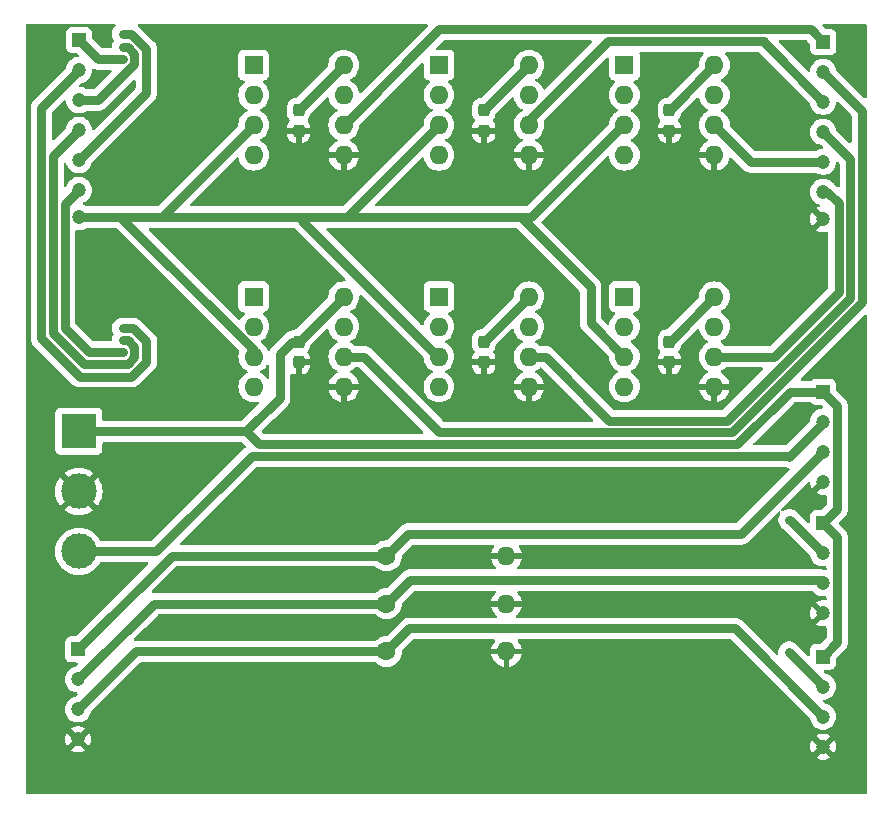
<source format=gbr>
%TF.GenerationSoftware,KiCad,Pcbnew,8.0.6*%
%TF.CreationDate,2025-05-23T10:29:42+02:00*%
%TF.ProjectId,AmplifOptoacopladorEnclosure,416d706c-6966-44f7-9074-6f61636f706c,rev?*%
%TF.SameCoordinates,Original*%
%TF.FileFunction,Copper,L2,Bot*%
%TF.FilePolarity,Positive*%
%FSLAX46Y46*%
G04 Gerber Fmt 4.6, Leading zero omitted, Abs format (unit mm)*
G04 Created by KiCad (PCBNEW 8.0.6) date 2025-05-23 10:29:42*
%MOMM*%
%LPD*%
G01*
G04 APERTURE LIST*
G04 Aperture macros list*
%AMRoundRect*
0 Rectangle with rounded corners*
0 $1 Rounding radius*
0 $2 $3 $4 $5 $6 $7 $8 $9 X,Y pos of 4 corners*
0 Add a 4 corners polygon primitive as box body*
4,1,4,$2,$3,$4,$5,$6,$7,$8,$9,$2,$3,0*
0 Add four circle primitives for the rounded corners*
1,1,$1+$1,$2,$3*
1,1,$1+$1,$4,$5*
1,1,$1+$1,$6,$7*
1,1,$1+$1,$8,$9*
0 Add four rect primitives between the rounded corners*
20,1,$1+$1,$2,$3,$4,$5,0*
20,1,$1+$1,$4,$5,$6,$7,0*
20,1,$1+$1,$6,$7,$8,$9,0*
20,1,$1+$1,$8,$9,$2,$3,0*%
G04 Aperture macros list end*
%TA.AperFunction,ComponentPad*%
%ADD10O,1.600000X1.600000*%
%TD*%
%TA.AperFunction,ComponentPad*%
%ADD11R,1.600000X1.600000*%
%TD*%
%TA.AperFunction,ComponentPad*%
%ADD12R,1.200000X1.200000*%
%TD*%
%TA.AperFunction,ComponentPad*%
%ADD13C,1.200000*%
%TD*%
%TA.AperFunction,ComponentPad*%
%ADD14C,1.600000*%
%TD*%
%TA.AperFunction,ComponentPad*%
%ADD15R,3.000000X3.000000*%
%TD*%
%TA.AperFunction,ComponentPad*%
%ADD16C,3.000000*%
%TD*%
%TA.AperFunction,SMDPad,CuDef*%
%ADD17RoundRect,0.237500X-0.237500X0.287500X-0.237500X-0.287500X0.237500X-0.287500X0.237500X0.287500X0*%
%TD*%
%TA.AperFunction,ViaPad*%
%ADD18C,0.600000*%
%TD*%
%TA.AperFunction,Conductor*%
%ADD19C,0.800000*%
%TD*%
G04 APERTURE END LIST*
D10*
%TO.P,U6,8,VCC*%
%TO.N,+VDC*%
X215285000Y-65915000D03*
%TO.P,U6,7,VO*%
%TO.N,unconnected-(U6-VO-Pad7)*%
X215285000Y-68455000D03*
%TO.P,U6,6,VO*%
%TO.N,Q6*%
X215285000Y-70995000D03*
%TO.P,U6,5,VEE*%
%TO.N,GND2*%
X215285000Y-73535000D03*
%TO.P,U6,4,NC*%
%TO.N,unconnected-(U6-NC-Pad4)*%
X207665000Y-73535000D03*
%TO.P,U6,3,C*%
%TO.N,GND1*%
X207665000Y-70995000D03*
%TO.P,U6,2,A*%
%TO.N,Net-(U6-A)*%
X207665000Y-68455000D03*
D11*
%TO.P,U6,1,NC*%
%TO.N,unconnected-(U6-NC-Pad1)*%
X207665000Y-65915000D03*
%TD*%
D12*
%TO.P,J3,1,1*%
%TO.N,Q1*%
X224500000Y-44340000D03*
D13*
%TO.P,J3,2,2*%
%TO.N,Q2*%
X224500000Y-46880000D03*
%TO.P,J3,3,3*%
%TO.N,Q3*%
X224500000Y-49420000D03*
%TO.P,J3,4,4*%
%TO.N,Q4*%
X224500000Y-51960000D03*
%TO.P,J3,5,5*%
%TO.N,Q5*%
X224500000Y-54500000D03*
%TO.P,J3,6,6*%
%TO.N,Q6*%
X224500000Y-57040000D03*
%TO.P,J3,7,7*%
%TO.N,GND2*%
X224500000Y-59340000D03*
%TD*%
D14*
%TO.P,R1,1*%
%TO.N,Net-(J1-Pad1)*%
X187520000Y-87850000D03*
D10*
%TO.P,R1,2*%
%TO.N,GND2*%
X197680000Y-87850000D03*
%TD*%
D11*
%TO.P,U2,1,NC*%
%TO.N,unconnected-(U2-NC-Pad1)*%
X176285000Y-65915000D03*
D10*
%TO.P,U2,2,A*%
%TO.N,Net-(U2-A)*%
X176285000Y-68455000D03*
%TO.P,U2,3,C*%
%TO.N,GND1*%
X176285000Y-70995000D03*
%TO.P,U2,4,NC*%
%TO.N,unconnected-(U2-NC-Pad4)*%
X176285000Y-73535000D03*
%TO.P,U2,5,VEE*%
%TO.N,GND2*%
X183905000Y-73535000D03*
%TO.P,U2,6,VO*%
%TO.N,Q2*%
X183905000Y-70995000D03*
%TO.P,U2,7,VO*%
%TO.N,unconnected-(U2-VO-Pad7)*%
X183905000Y-68455000D03*
%TO.P,U2,8,VCC*%
%TO.N,+VDC*%
X183905000Y-65915000D03*
%TD*%
D12*
%TO.P,J2,1,1*%
%TO.N,S1*%
X161485000Y-44176750D03*
D13*
%TO.P,J2,2,2*%
%TO.N,S2*%
X161485000Y-46716750D03*
%TO.P,J2,3,3*%
%TO.N,S3*%
X161485000Y-49256750D03*
%TO.P,J2,4,4*%
%TO.N,S4*%
X161485000Y-51796750D03*
%TO.P,J2,5,5*%
%TO.N,S5*%
X161485000Y-54336750D03*
%TO.P,J2,6,6*%
%TO.N,S6*%
X161485000Y-56876750D03*
%TO.P,J2,7,7*%
%TO.N,GND1*%
X161485000Y-59176750D03*
%TD*%
D12*
%TO.P,J7,1,1*%
%TO.N,+VDC*%
X224485000Y-96380000D03*
D13*
%TO.P,J7,2,2*%
%TO.N,-VDC*%
X224485000Y-98920000D03*
%TO.P,J7,3,3*%
%TO.N,Net-(J1-Pad3)*%
X224485000Y-101460000D03*
%TO.P,J7,4,4*%
%TO.N,GND2*%
X224485000Y-104000000D03*
%TD*%
D11*
%TO.P,U4,1,NC*%
%TO.N,unconnected-(U4-NC-Pad1)*%
X191965000Y-65915000D03*
D10*
%TO.P,U4,2,A*%
%TO.N,Net-(U4-A)*%
X191965000Y-68455000D03*
%TO.P,U4,3,C*%
%TO.N,GND1*%
X191965000Y-70995000D03*
%TO.P,U4,4,NC*%
%TO.N,unconnected-(U4-NC-Pad4)*%
X191965000Y-73535000D03*
%TO.P,U4,5,VEE*%
%TO.N,GND2*%
X199585000Y-73535000D03*
%TO.P,U4,6,VO*%
%TO.N,Q4*%
X199585000Y-70995000D03*
%TO.P,U4,7,VO*%
%TO.N,unconnected-(U4-VO-Pad7)*%
X199585000Y-68455000D03*
%TO.P,U4,8,VCC*%
%TO.N,+VDC*%
X199585000Y-65915000D03*
%TD*%
D11*
%TO.P,U3,1,NC*%
%TO.N,unconnected-(U3-NC-Pad1)*%
X191965000Y-46310000D03*
D10*
%TO.P,U3,2,A*%
%TO.N,Net-(U3-A)*%
X191965000Y-48850000D03*
%TO.P,U3,3,C*%
%TO.N,GND1*%
X191965000Y-51390000D03*
%TO.P,U3,4,NC*%
%TO.N,unconnected-(U3-NC-Pad4)*%
X191965000Y-53930000D03*
%TO.P,U3,5,VEE*%
%TO.N,GND2*%
X199585000Y-53930000D03*
%TO.P,U3,6,VO*%
%TO.N,Q3*%
X199585000Y-51390000D03*
%TO.P,U3,7,VO*%
%TO.N,unconnected-(U3-VO-Pad7)*%
X199585000Y-48850000D03*
%TO.P,U3,8,VCC*%
%TO.N,+VDC*%
X199585000Y-46310000D03*
%TD*%
D12*
%TO.P,J6,1,1*%
%TO.N,+VDC*%
X224485000Y-85100000D03*
D13*
%TO.P,J6,2,2*%
%TO.N,-VDC*%
X224485000Y-87640000D03*
%TO.P,J6,3,3*%
%TO.N,Net-(J1-Pad2)*%
X224485000Y-90180000D03*
%TO.P,J6,4,4*%
%TO.N,GND2*%
X224485000Y-92720000D03*
%TD*%
D14*
%TO.P,R2,1*%
%TO.N,Net-(J1-Pad2)*%
X187520000Y-91900000D03*
D10*
%TO.P,R2,2*%
%TO.N,GND2*%
X197680000Y-91900000D03*
%TD*%
D15*
%TO.P,J4,1,Pin_1*%
%TO.N,+VDC*%
X161475000Y-77320000D03*
D16*
%TO.P,J4,2,Pin_2*%
%TO.N,GND2*%
X161475000Y-82400000D03*
%TO.P,J4,3,Pin_3*%
%TO.N,-VDC*%
X161475000Y-87480000D03*
%TD*%
D12*
%TO.P,J5,1,1*%
%TO.N,+VDC*%
X224485000Y-73960000D03*
D13*
%TO.P,J5,2,2*%
%TO.N,-VDC*%
X224485000Y-76500000D03*
%TO.P,J5,3,3*%
%TO.N,Net-(J1-Pad1)*%
X224485000Y-79040000D03*
%TO.P,J5,4,4*%
%TO.N,GND2*%
X224485000Y-81580000D03*
%TD*%
D11*
%TO.P,U1,1,NC*%
%TO.N,unconnected-(U1-NC-Pad1)*%
X176285000Y-46310000D03*
D10*
%TO.P,U1,2,A*%
%TO.N,Net-(U1-A)*%
X176285000Y-48850000D03*
%TO.P,U1,3,C*%
%TO.N,GND1*%
X176285000Y-51390000D03*
%TO.P,U1,4,NC*%
%TO.N,unconnected-(U1-NC-Pad4)*%
X176285000Y-53930000D03*
%TO.P,U1,5,VEE*%
%TO.N,GND2*%
X183905000Y-53930000D03*
%TO.P,U1,6,VO*%
%TO.N,Q1*%
X183905000Y-51390000D03*
%TO.P,U1,7,VO*%
%TO.N,unconnected-(U1-VO-Pad7)*%
X183905000Y-48850000D03*
%TO.P,U1,8,VCC*%
%TO.N,+VDC*%
X183905000Y-46310000D03*
%TD*%
D14*
%TO.P,R3,1*%
%TO.N,Net-(J1-Pad3)*%
X187520000Y-95950000D03*
D10*
%TO.P,R3,2*%
%TO.N,GND2*%
X197680000Y-95950000D03*
%TD*%
D11*
%TO.P,U5,1,NC*%
%TO.N,unconnected-(U5-NC-Pad1)*%
X207665000Y-46310000D03*
D10*
%TO.P,U5,2,A*%
%TO.N,Net-(U5-A)*%
X207665000Y-48850000D03*
%TO.P,U5,3,C*%
%TO.N,GND1*%
X207665000Y-51390000D03*
%TO.P,U5,4,NC*%
%TO.N,unconnected-(U5-NC-Pad4)*%
X207665000Y-53930000D03*
%TO.P,U5,5,VEE*%
%TO.N,GND2*%
X215285000Y-53930000D03*
%TO.P,U5,6,VO*%
%TO.N,Q5*%
X215285000Y-51390000D03*
%TO.P,U5,7,VO*%
%TO.N,unconnected-(U5-VO-Pad7)*%
X215285000Y-48850000D03*
%TO.P,U5,8,VCC*%
%TO.N,+VDC*%
X215285000Y-46310000D03*
%TD*%
D12*
%TO.P,J1,1,1*%
%TO.N,Net-(J1-Pad1)*%
X161400000Y-95780000D03*
D13*
%TO.P,J1,2,2*%
%TO.N,Net-(J1-Pad2)*%
X161400000Y-98320000D03*
%TO.P,J1,3,3*%
%TO.N,Net-(J1-Pad3)*%
X161400000Y-100860000D03*
%TO.P,J1,4,4*%
%TO.N,GND2*%
X161400000Y-103400000D03*
%TD*%
D17*
%TO.P,C4,1*%
%TO.N,+VDC*%
X195765000Y-69715000D03*
%TO.P,C4,2*%
%TO.N,GND2*%
X195765000Y-71465000D03*
%TD*%
%TO.P,C1,1*%
%TO.N,+VDC*%
X180085000Y-50110000D03*
%TO.P,C1,2*%
%TO.N,GND2*%
X180085000Y-51860000D03*
%TD*%
%TO.P,C5,1*%
%TO.N,+VDC*%
X211465000Y-50110000D03*
%TO.P,C5,2*%
%TO.N,GND2*%
X211465000Y-51860000D03*
%TD*%
%TO.P,C3,1*%
%TO.N,+VDC*%
X195765000Y-50110000D03*
%TO.P,C3,2*%
%TO.N,GND2*%
X195765000Y-51860000D03*
%TD*%
%TO.P,C6,1*%
%TO.N,+VDC*%
X211465000Y-69715000D03*
%TO.P,C6,2*%
%TO.N,GND2*%
X211465000Y-71465000D03*
%TD*%
%TO.P,C2,1*%
%TO.N,+VDC*%
X180085000Y-69715000D03*
%TO.P,C2,2*%
%TO.N,GND2*%
X180085000Y-71465000D03*
%TD*%
D18*
%TO.N,S3*%
X165185000Y-44790000D03*
%TO.N,S2*%
X165185000Y-68589999D03*
%TO.N,S1*%
X165185000Y-45790000D03*
%TO.N,S4*%
X165185000Y-69590000D03*
%TO.N,S5*%
X165185000Y-43690000D03*
%TO.N,S6*%
X165185000Y-70590000D03*
%TO.N,-VDC*%
X221600000Y-84800000D03*
X221600000Y-79500000D03*
X221600000Y-96000000D03*
%TD*%
D19*
%TO.N,GND1*%
X199723250Y-59176750D02*
X195885000Y-59176750D01*
X207510000Y-51390000D02*
X199723250Y-59176750D01*
X207665000Y-51390000D02*
X207510000Y-51390000D01*
X198876750Y-59176750D02*
X195885000Y-59176750D01*
X204800000Y-65100000D02*
X198876750Y-59176750D01*
X204800000Y-68130000D02*
X204800000Y-65100000D01*
X207665000Y-70995000D02*
X204800000Y-68130000D01*
%TO.N,S3*%
X165599214Y-44790000D02*
X165185000Y-44790000D01*
X166185000Y-46204214D02*
X166185000Y-45375786D01*
X161485000Y-49256750D02*
X163132464Y-49256750D01*
X163132464Y-49256750D02*
X166185000Y-46204214D01*
X166185000Y-45375786D02*
X165599214Y-44790000D01*
%TO.N,S2*%
X161585000Y-72690000D02*
X165913428Y-72690000D01*
X158284998Y-69389998D02*
X161585000Y-72690000D01*
X167185001Y-69690001D02*
X166084999Y-68589999D01*
X158284998Y-49916752D02*
X158284998Y-69389998D01*
X161485000Y-46716750D02*
X158284998Y-49916752D01*
X166084999Y-68589999D02*
X165185000Y-68589999D01*
X167185001Y-71418427D02*
X167185001Y-69690001D01*
X165913428Y-72690000D02*
X167185001Y-71418427D01*
%TO.N,S1*%
X163098250Y-45790000D02*
X165185000Y-45790000D01*
X161485000Y-44176750D02*
X163098250Y-45790000D01*
%TO.N,S4*%
X166185000Y-71004214D02*
X166185000Y-70175786D01*
X166185000Y-70175786D02*
X165599214Y-69590000D01*
X165599214Y-71590000D02*
X166185000Y-71004214D01*
X161899214Y-71590000D02*
X165599214Y-71590000D01*
X161485000Y-51796750D02*
X159284999Y-53996751D01*
X159284999Y-53996751D02*
X159284999Y-68975785D01*
X165599214Y-69590000D02*
X165185000Y-69590000D01*
X159284999Y-68975785D02*
X161899214Y-71590000D01*
%TO.N,S5*%
X165913428Y-43690000D02*
X165185000Y-43690000D01*
X167185001Y-48636749D02*
X167185001Y-44961573D01*
X167185001Y-44961573D02*
X165913428Y-43690000D01*
X161485000Y-54336750D02*
X167185001Y-48636749D01*
%TO.N,S6*%
X160285000Y-58076750D02*
X161485000Y-56876750D01*
X162313428Y-70590000D02*
X165185000Y-70590000D01*
X160285000Y-68561572D02*
X160285000Y-58076750D01*
X162313428Y-70590000D02*
X160285000Y-68561572D01*
%TO.N,Q1*%
X192005001Y-43289999D02*
X223449999Y-43289999D01*
X192005001Y-43289999D02*
X183905000Y-51390000D01*
X223449999Y-43289999D02*
X224500000Y-44340000D01*
%TO.N,Q5*%
X218395000Y-54500000D02*
X215285000Y-51390000D01*
X224500000Y-54500000D02*
X218395000Y-54500000D01*
%TO.N,Q2*%
X185595000Y-70995000D02*
X183905000Y-70995000D01*
X227800000Y-50180000D02*
X227800000Y-66400000D01*
X227800000Y-66400000D02*
X216800000Y-77400000D01*
X216800000Y-77400000D02*
X192000000Y-77400000D01*
X224500000Y-46880000D02*
X227800000Y-50180000D01*
X192000000Y-77400000D02*
X185595000Y-70995000D01*
%TO.N,Q4*%
X206400000Y-76400000D02*
X200995000Y-70995000D01*
X200995000Y-70995000D02*
X199585000Y-70995000D01*
X226800000Y-65985786D02*
X216385786Y-76400000D01*
X226800000Y-54260000D02*
X226800000Y-65985786D01*
X224500000Y-51960000D02*
X226800000Y-54260000D01*
X216385786Y-76400000D02*
X206400000Y-76400000D01*
%TO.N,Q3*%
X206285000Y-44290000D02*
X199585000Y-50990000D01*
X219370000Y-44290000D02*
X219200000Y-44290000D01*
X224500000Y-49420000D02*
X219370000Y-44290000D01*
X199585000Y-50990000D02*
X199585000Y-51390000D01*
X219518250Y-44290000D02*
X219200000Y-44290000D01*
X219200000Y-44290000D02*
X206285000Y-44290000D01*
%TO.N,Q6*%
X215285000Y-70995000D02*
X220305000Y-70995000D01*
X225800000Y-65500000D02*
X225800000Y-58000000D01*
X225800000Y-58000000D02*
X224840000Y-57040000D01*
X220305000Y-70995000D02*
X225800000Y-65500000D01*
X224840000Y-57040000D02*
X224500000Y-57040000D01*
%TO.N,GND1*%
X191965000Y-70995000D02*
X191895000Y-70995000D01*
X165085000Y-59234899D02*
X165085000Y-59176750D01*
X184178250Y-59176750D02*
X183785000Y-59176750D01*
X195885000Y-59176750D02*
X183785000Y-59176750D01*
X176285000Y-70995000D02*
X176285000Y-70434899D01*
X180385000Y-59176750D02*
X168498250Y-59176750D01*
X161485000Y-59176750D02*
X165085000Y-59176750D01*
X165085000Y-59176750D02*
X168498250Y-59176750D01*
X176285000Y-70434899D02*
X165085000Y-59234899D01*
X180385000Y-59485000D02*
X180385000Y-59176750D01*
X191895000Y-70995000D02*
X180385000Y-59485000D01*
X191965000Y-51390000D02*
X184178250Y-59176750D01*
X183785000Y-59176750D02*
X180385000Y-59176750D01*
X168498250Y-59176750D02*
X176285000Y-51390000D01*
%TO.N,+VDC*%
X179560000Y-69715000D02*
X178485000Y-70790000D01*
X180085000Y-50110000D02*
X180105000Y-50110000D01*
X178485000Y-74490000D02*
X175655000Y-77320000D01*
X195765000Y-69715000D02*
X195785000Y-69715000D01*
X195785000Y-50110000D02*
X199585000Y-46310000D01*
X225685000Y-75160000D02*
X225685000Y-83900000D01*
X224485000Y-73960000D02*
X225685000Y-75160000D01*
X178485000Y-70790000D02*
X178485000Y-74490000D01*
X176735000Y-78400000D02*
X175655000Y-77320000D01*
X195785000Y-69715000D02*
X199585000Y-65915000D01*
X180105000Y-69715000D02*
X183905000Y-65915000D01*
X224485000Y-73960000D02*
X221654214Y-73960000D01*
X211465000Y-50110000D02*
X211485000Y-50110000D01*
X195765000Y-50110000D02*
X195785000Y-50110000D01*
X211485000Y-50110000D02*
X215285000Y-46310000D01*
X175655000Y-77320000D02*
X161475000Y-77320000D01*
X225685000Y-83900000D02*
X224485000Y-85100000D01*
X221654214Y-73960000D02*
X217214214Y-78400000D01*
X180085000Y-69715000D02*
X179560000Y-69715000D01*
X217214214Y-78400000D02*
X176735000Y-78400000D01*
X225685000Y-86300000D02*
X225685000Y-95180000D01*
X180105000Y-50110000D02*
X183905000Y-46310000D01*
X225685000Y-95180000D02*
X224485000Y-96380000D01*
X211465000Y-69715000D02*
X211485000Y-69715000D01*
X180085000Y-69715000D02*
X180105000Y-69715000D01*
X224485000Y-85100000D02*
X225685000Y-86300000D01*
X211485000Y-69715000D02*
X215285000Y-65915000D01*
%TO.N,-VDC*%
X221600000Y-96000000D02*
X224485000Y-98885000D01*
X224485000Y-98885000D02*
X224485000Y-98920000D01*
X221600000Y-84800000D02*
X221645000Y-84800000D01*
X168020000Y-87480000D02*
X176100000Y-79400000D01*
X176100000Y-79400000D02*
X221500000Y-79400000D01*
X221500000Y-79400000D02*
X221600000Y-79500000D01*
X224485000Y-76615000D02*
X221600000Y-79500000D01*
X161475000Y-87480000D02*
X168020000Y-87480000D01*
X224485000Y-76500000D02*
X224485000Y-76615000D01*
X221645000Y-84800000D02*
X224485000Y-87640000D01*
%TO.N,Net-(J1-Pad3)*%
X217025000Y-94000000D02*
X224485000Y-101460000D01*
X187520000Y-95950000D02*
X189470000Y-94000000D01*
X189470000Y-94000000D02*
X217025000Y-94000000D01*
%TO.N,Net-(J1-Pad2)*%
X224205000Y-89900000D02*
X189520000Y-89900000D01*
X167820000Y-91900000D02*
X161400000Y-98320000D01*
X224485000Y-90180000D02*
X224205000Y-89900000D01*
X187520000Y-91900000D02*
X167820000Y-91900000D01*
X189520000Y-89900000D02*
X187520000Y-91900000D01*
%TO.N,Net-(J1-Pad1)*%
X189370000Y-86000000D02*
X187520000Y-87850000D01*
X224485000Y-79040000D02*
X217525000Y-86000000D01*
X217525000Y-86000000D02*
X189370000Y-86000000D01*
%TO.N,Net-(J1-Pad3)*%
X166310000Y-95950000D02*
X161400000Y-100860000D01*
X186600000Y-95950000D02*
X166310000Y-95950000D01*
X187520000Y-95950000D02*
X186600000Y-95950000D01*
%TO.N,Net-(J1-Pad1)*%
X169330000Y-87850000D02*
X161400000Y-95780000D01*
X187520000Y-87850000D02*
X169330000Y-87850000D01*
%TD*%
%TA.AperFunction,Conductor*%
%TO.N,GND2*%
G36*
X164568677Y-42820185D02*
G01*
X164614432Y-42872989D01*
X164624376Y-42942147D01*
X164595351Y-43005703D01*
X164589319Y-43012181D01*
X164485538Y-43115961D01*
X164485535Y-43115965D01*
X164386990Y-43263446D01*
X164386983Y-43263459D01*
X164319106Y-43427332D01*
X164319103Y-43427341D01*
X164284500Y-43601304D01*
X164284500Y-43778695D01*
X164319103Y-43952658D01*
X164319106Y-43952667D01*
X164386983Y-44116540D01*
X164386989Y-44116551D01*
X164423444Y-44171110D01*
X164444321Y-44237787D01*
X164425836Y-44305167D01*
X164423444Y-44308890D01*
X164386989Y-44363448D01*
X164386983Y-44363459D01*
X164319106Y-44527332D01*
X164319103Y-44527341D01*
X164284500Y-44701304D01*
X164284500Y-44765500D01*
X164264815Y-44832539D01*
X164212011Y-44878294D01*
X164160500Y-44889500D01*
X163522612Y-44889500D01*
X163455573Y-44869815D01*
X163434931Y-44853181D01*
X162621818Y-44040068D01*
X162588333Y-43978745D01*
X162585499Y-43952387D01*
X162585499Y-43528879D01*
X162585498Y-43528873D01*
X162585497Y-43528866D01*
X162579091Y-43469267D01*
X162563450Y-43427332D01*
X162528797Y-43334421D01*
X162528793Y-43334414D01*
X162442547Y-43219205D01*
X162442544Y-43219202D01*
X162327335Y-43132956D01*
X162327328Y-43132952D01*
X162192482Y-43082658D01*
X162192483Y-43082658D01*
X162132883Y-43076251D01*
X162132881Y-43076250D01*
X162132873Y-43076250D01*
X162132864Y-43076250D01*
X160837129Y-43076250D01*
X160837123Y-43076251D01*
X160777516Y-43082658D01*
X160642671Y-43132952D01*
X160642664Y-43132956D01*
X160527455Y-43219202D01*
X160527452Y-43219205D01*
X160441206Y-43334414D01*
X160441202Y-43334421D01*
X160390908Y-43469267D01*
X160387855Y-43497669D01*
X160384501Y-43528873D01*
X160384500Y-43528885D01*
X160384500Y-44824620D01*
X160384501Y-44824626D01*
X160390908Y-44884233D01*
X160441202Y-45019078D01*
X160441206Y-45019085D01*
X160527452Y-45134294D01*
X160527455Y-45134297D01*
X160642664Y-45220543D01*
X160642671Y-45220547D01*
X160687618Y-45237311D01*
X160777517Y-45270841D01*
X160837127Y-45277250D01*
X161260637Y-45277249D01*
X161327676Y-45296933D01*
X161348318Y-45313568D01*
X161442452Y-45407702D01*
X161475937Y-45469025D01*
X161470953Y-45538717D01*
X161429081Y-45594650D01*
X161377556Y-45617272D01*
X161330239Y-45626117D01*
X161182544Y-45653726D01*
X161182541Y-45653726D01*
X161182541Y-45653727D01*
X160992364Y-45727401D01*
X160992357Y-45727405D01*
X160818960Y-45834767D01*
X160818958Y-45834769D01*
X160668237Y-45972168D01*
X160545327Y-46134928D01*
X160454422Y-46317489D01*
X160454417Y-46317502D01*
X160401061Y-46505026D01*
X160369476Y-46558772D01*
X157585537Y-49342712D01*
X157585533Y-49342717D01*
X157583718Y-49345435D01*
X157583713Y-49345442D01*
X157486983Y-49490207D01*
X157453044Y-49572145D01*
X157419104Y-49654081D01*
X157419101Y-49654093D01*
X157384498Y-49828055D01*
X157384498Y-69478694D01*
X157419101Y-69652657D01*
X157419104Y-69652667D01*
X157434375Y-69689532D01*
X157434376Y-69689535D01*
X157486985Y-69816545D01*
X157486986Y-69816547D01*
X157535732Y-69889500D01*
X157535732Y-69889501D01*
X157585530Y-69964029D01*
X157585536Y-69964037D01*
X160885536Y-73264035D01*
X161010965Y-73389464D01*
X161158453Y-73488013D01*
X161206452Y-73507895D01*
X161322334Y-73555895D01*
X161482036Y-73587661D01*
X161496304Y-73590499D01*
X161496308Y-73590500D01*
X161496309Y-73590500D01*
X166002121Y-73590500D01*
X166002122Y-73590499D01*
X166176094Y-73555895D01*
X166258034Y-73521953D01*
X166339975Y-73488013D01*
X166339977Y-73488011D01*
X166339980Y-73488010D01*
X166428383Y-73428939D01*
X166428383Y-73428938D01*
X166428387Y-73428936D01*
X166487464Y-73389464D01*
X167884465Y-71992462D01*
X167885752Y-71990536D01*
X167983014Y-71844974D01*
X168000963Y-71801641D01*
X168005992Y-71789501D01*
X168005992Y-71789500D01*
X168050896Y-71681093D01*
X168085501Y-71507119D01*
X168085501Y-71329735D01*
X168085501Y-69601310D01*
X168085501Y-69601309D01*
X168050896Y-69427335D01*
X167985340Y-69269072D01*
X167983696Y-69264475D01*
X167884466Y-69115967D01*
X167856281Y-69087782D01*
X167759036Y-68990537D01*
X167493950Y-68725451D01*
X166659040Y-67890539D01*
X166659039Y-67890538D01*
X166659035Y-67890535D01*
X166599958Y-67851062D01*
X166599957Y-67851060D01*
X166511543Y-67791984D01*
X166511541Y-67791983D01*
X166423548Y-67755536D01*
X166347665Y-67724104D01*
X166347657Y-67724102D01*
X166173695Y-67689499D01*
X166173691Y-67689499D01*
X166173690Y-67689499D01*
X165096309Y-67689499D01*
X165096306Y-67689499D01*
X164922341Y-67724102D01*
X164922332Y-67724105D01*
X164758459Y-67791982D01*
X164758446Y-67791989D01*
X164610965Y-67890534D01*
X164610961Y-67890537D01*
X164485538Y-68015960D01*
X164485535Y-68015964D01*
X164386990Y-68163445D01*
X164386983Y-68163458D01*
X164319106Y-68327331D01*
X164319103Y-68327340D01*
X164284500Y-68501303D01*
X164284500Y-68678694D01*
X164319103Y-68852657D01*
X164319106Y-68852666D01*
X164386983Y-69016539D01*
X164386989Y-69016550D01*
X164390033Y-69021105D01*
X164410913Y-69087782D01*
X164392430Y-69155162D01*
X164390040Y-69158883D01*
X164386991Y-69163446D01*
X164386983Y-69163460D01*
X164319106Y-69327332D01*
X164319103Y-69327341D01*
X164284500Y-69501304D01*
X164284500Y-69565500D01*
X164264815Y-69632539D01*
X164212011Y-69678294D01*
X164160500Y-69689500D01*
X162737789Y-69689500D01*
X162670750Y-69669815D01*
X162650108Y-69653181D01*
X161221819Y-68224891D01*
X161188334Y-68163568D01*
X161185500Y-68137210D01*
X161185500Y-60389653D01*
X161205185Y-60322614D01*
X161257989Y-60276859D01*
X161327147Y-60266915D01*
X161332263Y-60267761D01*
X161383024Y-60277250D01*
X161383025Y-60277250D01*
X161586974Y-60277250D01*
X161586976Y-60277250D01*
X161787456Y-60239774D01*
X161977637Y-60166098D01*
X162089340Y-60096935D01*
X162091136Y-60095823D01*
X162156413Y-60077250D01*
X164602489Y-60077250D01*
X164669528Y-60096935D01*
X164690170Y-60113569D01*
X175021763Y-70445162D01*
X175055248Y-70506485D01*
X175053857Y-70564936D01*
X174999366Y-70768302D01*
X174999364Y-70768313D01*
X174979532Y-70994998D01*
X174979532Y-70995001D01*
X174999364Y-71221686D01*
X174999366Y-71221697D01*
X175058258Y-71441488D01*
X175058261Y-71441497D01*
X175154431Y-71647732D01*
X175154432Y-71647734D01*
X175284954Y-71834141D01*
X175445858Y-71995045D01*
X175445861Y-71995047D01*
X175632266Y-72125568D01*
X175690275Y-72152618D01*
X175742714Y-72198791D01*
X175761866Y-72265984D01*
X175741650Y-72332865D01*
X175690275Y-72377382D01*
X175632267Y-72404431D01*
X175632265Y-72404432D01*
X175445858Y-72534954D01*
X175284954Y-72695858D01*
X175154432Y-72882265D01*
X175154431Y-72882267D01*
X175058261Y-73088502D01*
X175058258Y-73088511D01*
X174999366Y-73308302D01*
X174999364Y-73308313D01*
X174979532Y-73534998D01*
X174979532Y-73535001D01*
X174999364Y-73761686D01*
X174999366Y-73761697D01*
X175058258Y-73981488D01*
X175058261Y-73981497D01*
X175154431Y-74187732D01*
X175154432Y-74187734D01*
X175284954Y-74374141D01*
X175445858Y-74535045D01*
X175445861Y-74535047D01*
X175632266Y-74665568D01*
X175838504Y-74761739D01*
X176058308Y-74820635D01*
X176220230Y-74834801D01*
X176284998Y-74840468D01*
X176285000Y-74840468D01*
X176285002Y-74840468D01*
X176341673Y-74835509D01*
X176511692Y-74820635D01*
X176568986Y-74805283D01*
X176638835Y-74806945D01*
X176696698Y-74846106D01*
X176724203Y-74910334D01*
X176712617Y-74979237D01*
X176688761Y-75012738D01*
X175318319Y-76383181D01*
X175256996Y-76416666D01*
X175230638Y-76419500D01*
X163599499Y-76419500D01*
X163532460Y-76399815D01*
X163486705Y-76347011D01*
X163475499Y-76295500D01*
X163475499Y-75772129D01*
X163475498Y-75772123D01*
X163475497Y-75772116D01*
X163469091Y-75712517D01*
X163418796Y-75577669D01*
X163418795Y-75577668D01*
X163418793Y-75577664D01*
X163332547Y-75462455D01*
X163332544Y-75462452D01*
X163217335Y-75376206D01*
X163217328Y-75376202D01*
X163082482Y-75325908D01*
X163082483Y-75325908D01*
X163022883Y-75319501D01*
X163022881Y-75319500D01*
X163022873Y-75319500D01*
X163022864Y-75319500D01*
X159927129Y-75319500D01*
X159927123Y-75319501D01*
X159867516Y-75325908D01*
X159732671Y-75376202D01*
X159732664Y-75376206D01*
X159617455Y-75462452D01*
X159617452Y-75462455D01*
X159531206Y-75577664D01*
X159531202Y-75577671D01*
X159480908Y-75712517D01*
X159476296Y-75755418D01*
X159474501Y-75772123D01*
X159474500Y-75772135D01*
X159474500Y-78867870D01*
X159474501Y-78867876D01*
X159480908Y-78927483D01*
X159531202Y-79062328D01*
X159531206Y-79062335D01*
X159617452Y-79177544D01*
X159617455Y-79177547D01*
X159732664Y-79263793D01*
X159732671Y-79263797D01*
X159867517Y-79314091D01*
X159867516Y-79314091D01*
X159874444Y-79314835D01*
X159927127Y-79320500D01*
X163022872Y-79320499D01*
X163082483Y-79314091D01*
X163217331Y-79263796D01*
X163332546Y-79177546D01*
X163418796Y-79062331D01*
X163469091Y-78927483D01*
X163475500Y-78867873D01*
X163475500Y-78344500D01*
X163495185Y-78277461D01*
X163547989Y-78231706D01*
X163599500Y-78220500D01*
X175230638Y-78220500D01*
X175297677Y-78240185D01*
X175318319Y-78256819D01*
X175560639Y-78499138D01*
X175594124Y-78560461D01*
X175589140Y-78630152D01*
X175547269Y-78686086D01*
X175541853Y-78689918D01*
X175525969Y-78700532D01*
X175525961Y-78700538D01*
X167683319Y-86543181D01*
X167621996Y-86576666D01*
X167595638Y-86579500D01*
X163336169Y-86579500D01*
X163269130Y-86559815D01*
X163227337Y-86514927D01*
X163162229Y-86395689D01*
X163162224Y-86395682D01*
X162990745Y-86166612D01*
X162990729Y-86166594D01*
X162788405Y-85964270D01*
X162788387Y-85964254D01*
X162559317Y-85792775D01*
X162559309Y-85792770D01*
X162308166Y-85655635D01*
X162308167Y-85655635D01*
X162160443Y-85600537D01*
X162040046Y-85555631D01*
X162040043Y-85555630D01*
X162040037Y-85555628D01*
X161760433Y-85494804D01*
X161475001Y-85474390D01*
X161474999Y-85474390D01*
X161189566Y-85494804D01*
X160909962Y-85555628D01*
X160641833Y-85655635D01*
X160390690Y-85792770D01*
X160390682Y-85792775D01*
X160161612Y-85964254D01*
X160161594Y-85964270D01*
X159959270Y-86166594D01*
X159959254Y-86166612D01*
X159787775Y-86395682D01*
X159787770Y-86395690D01*
X159650635Y-86646833D01*
X159550628Y-86914962D01*
X159489804Y-87194566D01*
X159469390Y-87479998D01*
X159469390Y-87480001D01*
X159489804Y-87765433D01*
X159550628Y-88045037D01*
X159550630Y-88045043D01*
X159550631Y-88045046D01*
X159644354Y-88296326D01*
X159650635Y-88313166D01*
X159787770Y-88564309D01*
X159787775Y-88564317D01*
X159959254Y-88793387D01*
X159959270Y-88793405D01*
X160161594Y-88995729D01*
X160161612Y-88995745D01*
X160390682Y-89167224D01*
X160390690Y-89167229D01*
X160641833Y-89304364D01*
X160641832Y-89304364D01*
X160641836Y-89304365D01*
X160641839Y-89304367D01*
X160909954Y-89404369D01*
X160909960Y-89404370D01*
X160909962Y-89404371D01*
X161189566Y-89465195D01*
X161189568Y-89465195D01*
X161189572Y-89465196D01*
X161443220Y-89483337D01*
X161474999Y-89485610D01*
X161475000Y-89485610D01*
X161475001Y-89485610D01*
X161503595Y-89483564D01*
X161760428Y-89465196D01*
X162040046Y-89404369D01*
X162308161Y-89304367D01*
X162559315Y-89167226D01*
X162788395Y-88995739D01*
X162990739Y-88793395D01*
X163162226Y-88564315D01*
X163162230Y-88564309D01*
X163195853Y-88502732D01*
X163227337Y-88445072D01*
X163276742Y-88395668D01*
X163336169Y-88380500D01*
X167226639Y-88380500D01*
X167293678Y-88400185D01*
X167339433Y-88452989D01*
X167349377Y-88522147D01*
X167320352Y-88585703D01*
X167314320Y-88592181D01*
X161263317Y-94643181D01*
X161201994Y-94676666D01*
X161175636Y-94679500D01*
X160752129Y-94679500D01*
X160752123Y-94679501D01*
X160692516Y-94685908D01*
X160557671Y-94736202D01*
X160557664Y-94736206D01*
X160442455Y-94822452D01*
X160442452Y-94822455D01*
X160356206Y-94937664D01*
X160356202Y-94937671D01*
X160305908Y-95072517D01*
X160299501Y-95132116D01*
X160299500Y-95132135D01*
X160299500Y-96427870D01*
X160299501Y-96427876D01*
X160305908Y-96487483D01*
X160356202Y-96622328D01*
X160356206Y-96622335D01*
X160442452Y-96737544D01*
X160442455Y-96737547D01*
X160557664Y-96823793D01*
X160557671Y-96823797D01*
X160692517Y-96874091D01*
X160692516Y-96874091D01*
X160699444Y-96874835D01*
X160752127Y-96880500D01*
X161266638Y-96880499D01*
X161333676Y-96900183D01*
X161379431Y-96952987D01*
X161389375Y-97022146D01*
X161360350Y-97085702D01*
X161354318Y-97092180D01*
X161237822Y-97208676D01*
X161176499Y-97242161D01*
X161172928Y-97242883D01*
X161097544Y-97256975D01*
X160907364Y-97330651D01*
X160907357Y-97330655D01*
X160733960Y-97438017D01*
X160733958Y-97438019D01*
X160583237Y-97575418D01*
X160460327Y-97738178D01*
X160369422Y-97920739D01*
X160369417Y-97920752D01*
X160313602Y-98116917D01*
X160294785Y-98319999D01*
X160294785Y-98320000D01*
X160313602Y-98523082D01*
X160369417Y-98719247D01*
X160369422Y-98719260D01*
X160460327Y-98901821D01*
X160583237Y-99064581D01*
X160733958Y-99201980D01*
X160733960Y-99201982D01*
X160833141Y-99263392D01*
X160907363Y-99309348D01*
X161097544Y-99383024D01*
X161292557Y-99419478D01*
X161354836Y-99451145D01*
X161390109Y-99511457D01*
X161387175Y-99581265D01*
X161357451Y-99629047D01*
X161237822Y-99748676D01*
X161176499Y-99782161D01*
X161172928Y-99782883D01*
X161097552Y-99796974D01*
X161097544Y-99796976D01*
X160907367Y-99870650D01*
X160907357Y-99870655D01*
X160733960Y-99978017D01*
X160733958Y-99978019D01*
X160583237Y-100115418D01*
X160460327Y-100278178D01*
X160369422Y-100460739D01*
X160369417Y-100460752D01*
X160313602Y-100656917D01*
X160294785Y-100859999D01*
X160294785Y-100860000D01*
X160313602Y-101063082D01*
X160369417Y-101259247D01*
X160369422Y-101259260D01*
X160460327Y-101441821D01*
X160583237Y-101604581D01*
X160733958Y-101741980D01*
X160733960Y-101741982D01*
X160833141Y-101803392D01*
X160907363Y-101849348D01*
X161097544Y-101923024D01*
X161298024Y-101960500D01*
X161298026Y-101960500D01*
X161501974Y-101960500D01*
X161501976Y-101960500D01*
X161702456Y-101923024D01*
X161892637Y-101849348D01*
X162066041Y-101741981D01*
X162216764Y-101604579D01*
X162339673Y-101441821D01*
X162430582Y-101259250D01*
X162483940Y-101071717D01*
X162515523Y-101017974D01*
X166646680Y-96886819D01*
X166708003Y-96853334D01*
X166734361Y-96850500D01*
X186511309Y-96850500D01*
X186529952Y-96850500D01*
X186596991Y-96870185D01*
X186617628Y-96886814D01*
X186680471Y-96949657D01*
X186680862Y-96950048D01*
X186774063Y-97015307D01*
X186867266Y-97080568D01*
X187073504Y-97176739D01*
X187293308Y-97235635D01*
X187455230Y-97249801D01*
X187519998Y-97255468D01*
X187520000Y-97255468D01*
X187520002Y-97255468D01*
X187576673Y-97250509D01*
X187746692Y-97235635D01*
X187966496Y-97176739D01*
X188172734Y-97080568D01*
X188359139Y-96950047D01*
X188520047Y-96789139D01*
X188650568Y-96602734D01*
X188746739Y-96396496D01*
X188805635Y-96176692D01*
X188824599Y-95959924D01*
X188850051Y-95894857D01*
X188860438Y-95883060D01*
X189806680Y-94936819D01*
X189868003Y-94903334D01*
X189894361Y-94900500D01*
X196591660Y-94900500D01*
X196658699Y-94920185D01*
X196704454Y-94972989D01*
X196714398Y-95042147D01*
X196685373Y-95105703D01*
X196680962Y-95110439D01*
X196680346Y-95111174D01*
X196549865Y-95297517D01*
X196453734Y-95503673D01*
X196453730Y-95503682D01*
X196401127Y-95699999D01*
X196401128Y-95700000D01*
X197364314Y-95700000D01*
X197359920Y-95704394D01*
X197307259Y-95795606D01*
X197280000Y-95897339D01*
X197280000Y-96002661D01*
X197307259Y-96104394D01*
X197359920Y-96195606D01*
X197364314Y-96200000D01*
X196401128Y-96200000D01*
X196453730Y-96396317D01*
X196453734Y-96396326D01*
X196549865Y-96602482D01*
X196680342Y-96788820D01*
X196841179Y-96949657D01*
X197027517Y-97080134D01*
X197233673Y-97176265D01*
X197233682Y-97176269D01*
X197429999Y-97228872D01*
X197430000Y-97228871D01*
X197430000Y-96265686D01*
X197434394Y-96270080D01*
X197525606Y-96322741D01*
X197627339Y-96350000D01*
X197732661Y-96350000D01*
X197834394Y-96322741D01*
X197925606Y-96270080D01*
X197930000Y-96265686D01*
X197930000Y-97228872D01*
X198126317Y-97176269D01*
X198126326Y-97176265D01*
X198332482Y-97080134D01*
X198518820Y-96949657D01*
X198679657Y-96788820D01*
X198810134Y-96602482D01*
X198906265Y-96396326D01*
X198906269Y-96396317D01*
X198958872Y-96200000D01*
X197995686Y-96200000D01*
X198000080Y-96195606D01*
X198052741Y-96104394D01*
X198080000Y-96002661D01*
X198080000Y-95897339D01*
X198052741Y-95795606D01*
X198000080Y-95704394D01*
X197995686Y-95700000D01*
X198958872Y-95700000D01*
X198958872Y-95699999D01*
X198906269Y-95503682D01*
X198906265Y-95503673D01*
X198810134Y-95297517D01*
X198679653Y-95111174D01*
X198676180Y-95107034D01*
X198677324Y-95106073D01*
X198647174Y-95050858D01*
X198652158Y-94981166D01*
X198694030Y-94925233D01*
X198759494Y-94900816D01*
X198768340Y-94900500D01*
X216600638Y-94900500D01*
X216667677Y-94920185D01*
X216688319Y-94936819D01*
X223369476Y-101617976D01*
X223401061Y-101671722D01*
X223454417Y-101859247D01*
X223454422Y-101859260D01*
X223545327Y-102041821D01*
X223668237Y-102204581D01*
X223818958Y-102341980D01*
X223818960Y-102341982D01*
X223918141Y-102403392D01*
X223992363Y-102449348D01*
X224182544Y-102523024D01*
X224383024Y-102560500D01*
X224383026Y-102560500D01*
X224586974Y-102560500D01*
X224586976Y-102560500D01*
X224787456Y-102523024D01*
X224977637Y-102449348D01*
X225151041Y-102341981D01*
X225301764Y-102204579D01*
X225424673Y-102041821D01*
X225515582Y-101859250D01*
X225571397Y-101663083D01*
X225590215Y-101460000D01*
X225571397Y-101256917D01*
X225515582Y-101060750D01*
X225424673Y-100878179D01*
X225301764Y-100715421D01*
X225301762Y-100715418D01*
X225151041Y-100578019D01*
X225151039Y-100578017D01*
X224977642Y-100470655D01*
X224977635Y-100470651D01*
X224787454Y-100396975D01*
X224712071Y-100382883D01*
X224649790Y-100351215D01*
X224647176Y-100348676D01*
X224527547Y-100229047D01*
X224494062Y-100167724D01*
X224499046Y-100098032D01*
X224540918Y-100042099D01*
X224592438Y-100019478D01*
X224787456Y-99983024D01*
X224977637Y-99909348D01*
X225151041Y-99801981D01*
X225301764Y-99664579D01*
X225424673Y-99501821D01*
X225515582Y-99319250D01*
X225571397Y-99123083D01*
X225590215Y-98920000D01*
X225571397Y-98716917D01*
X225515582Y-98520750D01*
X225424673Y-98338179D01*
X225301764Y-98175421D01*
X225301762Y-98175418D01*
X225151041Y-98038019D01*
X225151039Y-98038017D01*
X224977642Y-97930655D01*
X224977641Y-97930654D01*
X224977637Y-97930652D01*
X224787456Y-97856976D01*
X224787452Y-97856975D01*
X224787447Y-97856974D01*
X224755117Y-97850930D01*
X224692837Y-97819261D01*
X224690223Y-97816723D01*
X224565680Y-97692180D01*
X224532195Y-97630857D01*
X224537179Y-97561165D01*
X224579051Y-97505232D01*
X224644515Y-97480815D01*
X224653361Y-97480499D01*
X225132871Y-97480499D01*
X225132872Y-97480499D01*
X225192483Y-97474091D01*
X225327331Y-97423796D01*
X225442546Y-97337546D01*
X225528796Y-97222331D01*
X225579091Y-97087483D01*
X225585500Y-97027873D01*
X225585499Y-96604359D01*
X225605183Y-96537321D01*
X225621813Y-96516684D01*
X226384463Y-95754036D01*
X226395623Y-95737334D01*
X226483013Y-95606547D01*
X226550894Y-95442666D01*
X226554217Y-95425964D01*
X226583350Y-95279500D01*
X226585500Y-95268691D01*
X226585500Y-86211309D01*
X226585500Y-86211306D01*
X226585499Y-86211304D01*
X226550896Y-86037341D01*
X226550893Y-86037332D01*
X226483016Y-85873459D01*
X226483009Y-85873446D01*
X226384465Y-85725966D01*
X226384464Y-85725965D01*
X226259035Y-85600536D01*
X225846180Y-85187681D01*
X225812695Y-85126358D01*
X225817679Y-85056666D01*
X225846180Y-85012319D01*
X226384463Y-84474036D01*
X226384465Y-84474033D01*
X226399103Y-84452127D01*
X226483013Y-84326547D01*
X226550894Y-84162666D01*
X226554915Y-84142455D01*
X226583350Y-83999502D01*
X226583351Y-83999497D01*
X226585500Y-83988695D01*
X226585500Y-75071306D01*
X226585499Y-75071304D01*
X226550896Y-74897341D01*
X226550893Y-74897332D01*
X226483016Y-74733459D01*
X226483009Y-74733446D01*
X226384465Y-74585966D01*
X226333156Y-74534657D01*
X226259035Y-74460536D01*
X225621818Y-73823318D01*
X225588333Y-73761995D01*
X225585499Y-73735637D01*
X225585499Y-73312129D01*
X225585498Y-73312123D01*
X225585088Y-73308313D01*
X225579091Y-73252517D01*
X225565068Y-73214920D01*
X225528797Y-73117671D01*
X225528793Y-73117664D01*
X225442547Y-73002455D01*
X225442544Y-73002452D01*
X225327335Y-72916206D01*
X225327328Y-72916202D01*
X225192482Y-72865908D01*
X225192483Y-72865908D01*
X225132883Y-72859501D01*
X225132881Y-72859500D01*
X225132873Y-72859500D01*
X225132864Y-72859500D01*
X223837129Y-72859500D01*
X223837123Y-72859501D01*
X223777516Y-72865908D01*
X223642671Y-72916202D01*
X223642664Y-72916206D01*
X223527457Y-73002451D01*
X223527451Y-73002457D01*
X223521948Y-73009809D01*
X223466015Y-73051681D01*
X223422680Y-73059500D01*
X222713362Y-73059500D01*
X222646323Y-73039815D01*
X222600568Y-72987011D01*
X222590624Y-72917853D01*
X222619649Y-72854297D01*
X222625681Y-72847819D01*
X227987819Y-67485681D01*
X228049142Y-67452196D01*
X228118834Y-67457180D01*
X228174767Y-67499052D01*
X228199184Y-67564516D01*
X228199500Y-67573362D01*
X228199500Y-107875500D01*
X228179815Y-107942539D01*
X228127011Y-107988294D01*
X228075500Y-107999500D01*
X157124500Y-107999500D01*
X157057461Y-107979815D01*
X157011706Y-107927011D01*
X157000500Y-107875500D01*
X157000500Y-103399999D01*
X160295287Y-103399999D01*
X160295287Y-103400000D01*
X160314096Y-103602989D01*
X160314097Y-103602992D01*
X160369883Y-103799063D01*
X160369886Y-103799069D01*
X160460751Y-103981551D01*
X160462533Y-103983911D01*
X161000000Y-103446445D01*
X161000000Y-103452661D01*
X161027259Y-103554394D01*
X161079920Y-103645606D01*
X161154394Y-103720080D01*
X161245606Y-103772741D01*
X161347339Y-103800000D01*
X161353553Y-103800000D01*
X160819311Y-104334240D01*
X160907585Y-104388897D01*
X161097678Y-104462539D01*
X161298072Y-104500000D01*
X161501928Y-104500000D01*
X161702322Y-104462539D01*
X161892412Y-104388899D01*
X161892416Y-104388897D01*
X161980686Y-104334241D01*
X161980686Y-104334240D01*
X161646446Y-103999999D01*
X223380287Y-103999999D01*
X223380287Y-104000000D01*
X223399096Y-104202989D01*
X223399097Y-104202992D01*
X223454883Y-104399063D01*
X223454886Y-104399069D01*
X223545751Y-104581551D01*
X223547533Y-104583911D01*
X224085000Y-104046445D01*
X224085000Y-104052661D01*
X224112259Y-104154394D01*
X224164920Y-104245606D01*
X224239394Y-104320080D01*
X224330606Y-104372741D01*
X224432339Y-104400000D01*
X224438553Y-104400000D01*
X223904311Y-104934240D01*
X223992585Y-104988897D01*
X224182678Y-105062539D01*
X224383072Y-105100000D01*
X224586928Y-105100000D01*
X224787322Y-105062539D01*
X224977412Y-104988899D01*
X224977416Y-104988897D01*
X225065686Y-104934241D01*
X225065686Y-104934240D01*
X224531448Y-104400000D01*
X224537661Y-104400000D01*
X224639394Y-104372741D01*
X224730606Y-104320080D01*
X224805080Y-104245606D01*
X224857741Y-104154394D01*
X224885000Y-104052661D01*
X224885000Y-104046447D01*
X225422465Y-104583912D01*
X225424247Y-104581553D01*
X225424248Y-104581551D01*
X225515113Y-104399069D01*
X225515116Y-104399063D01*
X225570902Y-104202992D01*
X225570903Y-104202989D01*
X225589713Y-104000000D01*
X225589713Y-103999999D01*
X225570903Y-103797010D01*
X225570902Y-103797007D01*
X225515116Y-103600936D01*
X225515113Y-103600930D01*
X225424249Y-103418449D01*
X225424247Y-103418447D01*
X225422465Y-103416087D01*
X224885000Y-103953552D01*
X224885000Y-103947339D01*
X224857741Y-103845606D01*
X224805080Y-103754394D01*
X224730606Y-103679920D01*
X224639394Y-103627259D01*
X224537661Y-103600000D01*
X224531447Y-103600000D01*
X225065687Y-103065758D01*
X224977413Y-103011101D01*
X224977411Y-103011100D01*
X224787321Y-102937460D01*
X224586928Y-102900000D01*
X224383072Y-102900000D01*
X224182678Y-102937460D01*
X223992588Y-103011100D01*
X223992581Y-103011104D01*
X223904312Y-103065757D01*
X223904311Y-103065758D01*
X224438554Y-103600000D01*
X224432339Y-103600000D01*
X224330606Y-103627259D01*
X224239394Y-103679920D01*
X224164920Y-103754394D01*
X224112259Y-103845606D01*
X224085000Y-103947339D01*
X224085000Y-103953553D01*
X223547533Y-103416087D01*
X223545755Y-103418442D01*
X223545754Y-103418443D01*
X223454886Y-103600930D01*
X223454883Y-103600936D01*
X223399097Y-103797007D01*
X223399096Y-103797010D01*
X223380287Y-103999999D01*
X161646446Y-103999999D01*
X161446448Y-103800000D01*
X161452661Y-103800000D01*
X161554394Y-103772741D01*
X161645606Y-103720080D01*
X161720080Y-103645606D01*
X161772741Y-103554394D01*
X161800000Y-103452661D01*
X161800000Y-103446447D01*
X162337465Y-103983912D01*
X162339247Y-103981553D01*
X162339248Y-103981551D01*
X162430113Y-103799069D01*
X162430116Y-103799063D01*
X162485902Y-103602992D01*
X162485903Y-103602989D01*
X162504713Y-103400000D01*
X162504713Y-103399999D01*
X162485903Y-103197010D01*
X162485902Y-103197007D01*
X162430116Y-103000936D01*
X162430113Y-103000930D01*
X162339249Y-102818449D01*
X162339247Y-102818447D01*
X162337465Y-102816087D01*
X161800000Y-103353552D01*
X161800000Y-103347339D01*
X161772741Y-103245606D01*
X161720080Y-103154394D01*
X161645606Y-103079920D01*
X161554394Y-103027259D01*
X161452661Y-103000000D01*
X161446447Y-103000000D01*
X161980687Y-102465758D01*
X161892413Y-102411101D01*
X161892411Y-102411100D01*
X161702321Y-102337460D01*
X161501928Y-102300000D01*
X161298072Y-102300000D01*
X161097678Y-102337460D01*
X160907588Y-102411100D01*
X160907581Y-102411104D01*
X160819312Y-102465757D01*
X160819311Y-102465758D01*
X161353554Y-103000000D01*
X161347339Y-103000000D01*
X161245606Y-103027259D01*
X161154394Y-103079920D01*
X161079920Y-103154394D01*
X161027259Y-103245606D01*
X161000000Y-103347339D01*
X161000000Y-103353554D01*
X160462533Y-102816087D01*
X160460755Y-102818442D01*
X160460754Y-102818443D01*
X160369886Y-103000930D01*
X160369883Y-103000936D01*
X160314097Y-103197007D01*
X160314096Y-103197010D01*
X160295287Y-103399999D01*
X157000500Y-103399999D01*
X157000500Y-82399998D01*
X159469891Y-82399998D01*
X159469891Y-82400001D01*
X159490300Y-82685362D01*
X159551109Y-82964895D01*
X159651091Y-83232958D01*
X159788191Y-83484038D01*
X159788196Y-83484046D01*
X159894882Y-83626561D01*
X159894883Y-83626562D01*
X160789767Y-82731677D01*
X160801497Y-82759995D01*
X160884670Y-82884472D01*
X160990528Y-82990330D01*
X161115005Y-83073503D01*
X161143320Y-83085231D01*
X160248436Y-83980115D01*
X160390960Y-84086807D01*
X160390961Y-84086808D01*
X160642042Y-84223908D01*
X160642041Y-84223908D01*
X160910104Y-84323890D01*
X161189637Y-84384699D01*
X161474999Y-84405109D01*
X161475001Y-84405109D01*
X161760362Y-84384699D01*
X162039895Y-84323890D01*
X162307958Y-84223908D01*
X162559047Y-84086803D01*
X162701561Y-83980116D01*
X162701562Y-83980115D01*
X161806679Y-83085231D01*
X161834995Y-83073503D01*
X161959472Y-82990330D01*
X162065330Y-82884472D01*
X162148503Y-82759995D01*
X162160231Y-82731678D01*
X163055115Y-83626562D01*
X163055116Y-83626561D01*
X163161803Y-83484047D01*
X163298908Y-83232958D01*
X163398890Y-82964895D01*
X163459699Y-82685362D01*
X163480109Y-82400001D01*
X163480109Y-82399998D01*
X163459699Y-82114637D01*
X163398890Y-81835104D01*
X163298908Y-81567041D01*
X163161808Y-81315961D01*
X163161807Y-81315960D01*
X163055115Y-81173436D01*
X162160231Y-82068320D01*
X162148503Y-82040005D01*
X162065330Y-81915528D01*
X161959472Y-81809670D01*
X161834995Y-81726497D01*
X161806678Y-81714767D01*
X162701562Y-80819883D01*
X162701561Y-80819882D01*
X162559046Y-80713196D01*
X162559038Y-80713191D01*
X162307957Y-80576091D01*
X162307958Y-80576091D01*
X162039895Y-80476109D01*
X161760362Y-80415300D01*
X161475001Y-80394891D01*
X161474999Y-80394891D01*
X161189637Y-80415300D01*
X160910104Y-80476109D01*
X160642041Y-80576091D01*
X160390961Y-80713191D01*
X160390953Y-80713196D01*
X160248437Y-80819882D01*
X160248436Y-80819883D01*
X161143321Y-81714767D01*
X161115005Y-81726497D01*
X160990528Y-81809670D01*
X160884670Y-81915528D01*
X160801497Y-82040005D01*
X160789768Y-82068321D01*
X159894883Y-81173436D01*
X159894882Y-81173437D01*
X159788196Y-81315953D01*
X159788191Y-81315961D01*
X159651091Y-81567041D01*
X159551109Y-81835104D01*
X159490300Y-82114637D01*
X159469891Y-82399998D01*
X157000500Y-82399998D01*
X157000500Y-42924500D01*
X157020185Y-42857461D01*
X157072989Y-42811706D01*
X157124500Y-42800500D01*
X164501638Y-42800500D01*
X164568677Y-42820185D01*
G37*
%TD.AperFunction*%
%TA.AperFunction,Conductor*%
G36*
X223579830Y-90820185D02*
G01*
X223611745Y-90849773D01*
X223668237Y-90924581D01*
X223764331Y-91012181D01*
X223817730Y-91060861D01*
X223818958Y-91061980D01*
X223818960Y-91061982D01*
X223883571Y-91101987D01*
X223992363Y-91169348D01*
X224182544Y-91243024D01*
X224383024Y-91280500D01*
X224383026Y-91280500D01*
X224586975Y-91280500D01*
X224586976Y-91280500D01*
X224637714Y-91271015D01*
X224707228Y-91278045D01*
X224761908Y-91321541D01*
X224784391Y-91387695D01*
X224784500Y-91392903D01*
X224784500Y-91507604D01*
X224764815Y-91574643D01*
X224712011Y-91620398D01*
X224642853Y-91630342D01*
X224637717Y-91629493D01*
X224586930Y-91620000D01*
X224383072Y-91620000D01*
X224182678Y-91657460D01*
X223992588Y-91731100D01*
X223992581Y-91731104D01*
X223904312Y-91785757D01*
X223904311Y-91785758D01*
X224438553Y-92320000D01*
X224432339Y-92320000D01*
X224330606Y-92347259D01*
X224239394Y-92399920D01*
X224164920Y-92474394D01*
X224112259Y-92565606D01*
X224085000Y-92667339D01*
X224085000Y-92673553D01*
X223547533Y-92136087D01*
X223545755Y-92138442D01*
X223545754Y-92138443D01*
X223454886Y-92320930D01*
X223454883Y-92320936D01*
X223399097Y-92517007D01*
X223399096Y-92517010D01*
X223380287Y-92719999D01*
X223380287Y-92720000D01*
X223399096Y-92922989D01*
X223399097Y-92922992D01*
X223454883Y-93119063D01*
X223454886Y-93119069D01*
X223545751Y-93301551D01*
X223547533Y-93303911D01*
X224085000Y-92766445D01*
X224085000Y-92772661D01*
X224112259Y-92874394D01*
X224164920Y-92965606D01*
X224239394Y-93040080D01*
X224330606Y-93092741D01*
X224432339Y-93120000D01*
X224438552Y-93120000D01*
X223904311Y-93654240D01*
X223992585Y-93708897D01*
X224182678Y-93782539D01*
X224383072Y-93820000D01*
X224586927Y-93820000D01*
X224637714Y-93810506D01*
X224707230Y-93817537D01*
X224761908Y-93861034D01*
X224784391Y-93927188D01*
X224784500Y-93932395D01*
X224784500Y-94755637D01*
X224764815Y-94822676D01*
X224748181Y-94843318D01*
X224348317Y-95243181D01*
X224286994Y-95276666D01*
X224260636Y-95279500D01*
X223837129Y-95279500D01*
X223837123Y-95279501D01*
X223777516Y-95285908D01*
X223642671Y-95336202D01*
X223642664Y-95336206D01*
X223527455Y-95422452D01*
X223527452Y-95422455D01*
X223441206Y-95537664D01*
X223441202Y-95537671D01*
X223390908Y-95672517D01*
X223384501Y-95732116D01*
X223384500Y-95732135D01*
X223384500Y-96211637D01*
X223364815Y-96278676D01*
X223312011Y-96324431D01*
X223242853Y-96334375D01*
X223179297Y-96305350D01*
X223172819Y-96299318D01*
X222174041Y-95300540D01*
X222174034Y-95300534D01*
X222026548Y-95201988D01*
X221862666Y-95134105D01*
X221862658Y-95134103D01*
X221688696Y-95099500D01*
X221688692Y-95099500D01*
X221511308Y-95099500D01*
X221511303Y-95099500D01*
X221337341Y-95134103D01*
X221337333Y-95134105D01*
X221173451Y-95201988D01*
X221025965Y-95300534D01*
X221025958Y-95300540D01*
X220900540Y-95425958D01*
X220900534Y-95425965D01*
X220801988Y-95573451D01*
X220734105Y-95737333D01*
X220734103Y-95737341D01*
X220699500Y-95911303D01*
X220699500Y-96088699D01*
X220699652Y-96090244D01*
X220699500Y-96091045D01*
X220699500Y-96094784D01*
X220698791Y-96094784D01*
X220686627Y-96158888D01*
X220638557Y-96209594D01*
X220570705Y-96226262D01*
X220504612Y-96203600D01*
X220488567Y-96190067D01*
X217599035Y-93300535D01*
X217599030Y-93300531D01*
X217539961Y-93261064D01*
X217539960Y-93261063D01*
X217451544Y-93201985D01*
X217451542Y-93201984D01*
X217369607Y-93168046D01*
X217369606Y-93168046D01*
X217287666Y-93134105D01*
X217287658Y-93134103D01*
X217113696Y-93099500D01*
X217113692Y-93099500D01*
X217113691Y-93099500D01*
X198618340Y-93099500D01*
X198551301Y-93079815D01*
X198505546Y-93027011D01*
X198495602Y-92957853D01*
X198524627Y-92894297D01*
X198530659Y-92887819D01*
X198679657Y-92738820D01*
X198810134Y-92552482D01*
X198906265Y-92346326D01*
X198906269Y-92346317D01*
X198958872Y-92150000D01*
X197995686Y-92150000D01*
X198000080Y-92145606D01*
X198052741Y-92054394D01*
X198080000Y-91952661D01*
X198080000Y-91847339D01*
X198052741Y-91745606D01*
X198000080Y-91654394D01*
X197995686Y-91650000D01*
X198958872Y-91650000D01*
X198958872Y-91649999D01*
X198906269Y-91453682D01*
X198906265Y-91453673D01*
X198810134Y-91247517D01*
X198679657Y-91061179D01*
X198630659Y-91012181D01*
X198597174Y-90950858D01*
X198602158Y-90881166D01*
X198644030Y-90825233D01*
X198709494Y-90800816D01*
X198718340Y-90800500D01*
X223512791Y-90800500D01*
X223579830Y-90820185D01*
G37*
%TD.AperFunction*%
%TA.AperFunction,Conductor*%
G36*
X196708699Y-90820185D02*
G01*
X196754454Y-90872989D01*
X196764398Y-90942147D01*
X196735373Y-91005703D01*
X196729341Y-91012181D01*
X196680342Y-91061179D01*
X196549865Y-91247517D01*
X196453734Y-91453673D01*
X196453730Y-91453682D01*
X196401127Y-91649999D01*
X196401128Y-91650000D01*
X197364314Y-91650000D01*
X197359920Y-91654394D01*
X197307259Y-91745606D01*
X197280000Y-91847339D01*
X197280000Y-91952661D01*
X197307259Y-92054394D01*
X197359920Y-92145606D01*
X197364314Y-92150000D01*
X196401128Y-92150000D01*
X196453730Y-92346317D01*
X196453734Y-92346326D01*
X196549865Y-92552482D01*
X196680342Y-92738820D01*
X196829341Y-92887819D01*
X196862826Y-92949142D01*
X196857842Y-93018834D01*
X196815970Y-93074767D01*
X196750506Y-93099184D01*
X196741660Y-93099500D01*
X189381306Y-93099500D01*
X189207341Y-93134103D01*
X189207332Y-93134106D01*
X189043459Y-93201983D01*
X189043446Y-93201990D01*
X188895966Y-93300534D01*
X188895964Y-93300537D01*
X187586945Y-94609553D01*
X187525622Y-94643038D01*
X187510072Y-94645400D01*
X187293312Y-94664364D01*
X187293302Y-94664366D01*
X187073511Y-94723258D01*
X187073502Y-94723261D01*
X186867267Y-94819431D01*
X186867265Y-94819432D01*
X186680862Y-94949951D01*
X186657825Y-94972989D01*
X186617631Y-95013182D01*
X186556311Y-95046666D01*
X186529952Y-95049500D01*
X166243361Y-95049500D01*
X166176322Y-95029815D01*
X166130567Y-94977011D01*
X166120623Y-94907853D01*
X166149648Y-94844297D01*
X166155680Y-94837819D01*
X167061105Y-93932395D01*
X168156681Y-92836819D01*
X168218004Y-92803334D01*
X168244362Y-92800500D01*
X186529952Y-92800500D01*
X186596991Y-92820185D01*
X186617628Y-92836814D01*
X186655208Y-92874394D01*
X186680862Y-92900048D01*
X186763417Y-92957853D01*
X186867266Y-93030568D01*
X187073504Y-93126739D01*
X187293308Y-93185635D01*
X187455230Y-93199801D01*
X187519998Y-93205468D01*
X187520000Y-93205468D01*
X187520002Y-93205468D01*
X187576673Y-93200509D01*
X187746692Y-93185635D01*
X187966496Y-93126739D01*
X188172734Y-93030568D01*
X188359139Y-92900047D01*
X188520047Y-92739139D01*
X188650568Y-92552734D01*
X188746739Y-92346496D01*
X188805635Y-92126692D01*
X188824599Y-91909924D01*
X188850051Y-91844857D01*
X188860438Y-91833060D01*
X189856681Y-90836819D01*
X189918004Y-90803334D01*
X189944362Y-90800500D01*
X196641660Y-90800500D01*
X196708699Y-90820185D01*
G37*
%TD.AperFunction*%
%TA.AperFunction,Conductor*%
G36*
X196586677Y-86920185D02*
G01*
X196632432Y-86972989D01*
X196642376Y-87042147D01*
X196621213Y-87095624D01*
X196549866Y-87197517D01*
X196453734Y-87403673D01*
X196453730Y-87403682D01*
X196401127Y-87599999D01*
X196401128Y-87600000D01*
X197364314Y-87600000D01*
X197359920Y-87604394D01*
X197307259Y-87695606D01*
X197280000Y-87797339D01*
X197280000Y-87902661D01*
X197307259Y-88004394D01*
X197359920Y-88095606D01*
X197364314Y-88100000D01*
X196401128Y-88100000D01*
X196453730Y-88296317D01*
X196453734Y-88296326D01*
X196549865Y-88502482D01*
X196680342Y-88688820D01*
X196779341Y-88787819D01*
X196812826Y-88849142D01*
X196807842Y-88918834D01*
X196765970Y-88974767D01*
X196700506Y-88999184D01*
X196691660Y-88999500D01*
X189431303Y-88999500D01*
X189257341Y-89034103D01*
X189257329Y-89034106D01*
X189175392Y-89068045D01*
X189175393Y-89068046D01*
X189093455Y-89101985D01*
X189043096Y-89135635D01*
X189043095Y-89135636D01*
X188945961Y-89200537D01*
X187586945Y-90559553D01*
X187525622Y-90593038D01*
X187510072Y-90595400D01*
X187293312Y-90614364D01*
X187293302Y-90614366D01*
X187073511Y-90673258D01*
X187073502Y-90673261D01*
X186867267Y-90769431D01*
X186867265Y-90769432D01*
X186680862Y-90899951D01*
X186656235Y-90924579D01*
X186617631Y-90963182D01*
X186556311Y-90996666D01*
X186529952Y-90999500D01*
X167753361Y-90999500D01*
X167686322Y-90979815D01*
X167640567Y-90927011D01*
X167630623Y-90857853D01*
X167659648Y-90794297D01*
X167665680Y-90787819D01*
X169666680Y-88786819D01*
X169728003Y-88753334D01*
X169754361Y-88750500D01*
X186529952Y-88750500D01*
X186596991Y-88770185D01*
X186617628Y-88786814D01*
X186678509Y-88847695D01*
X186680862Y-88850048D01*
X186692009Y-88857853D01*
X186867266Y-88980568D01*
X187073504Y-89076739D01*
X187293308Y-89135635D01*
X187455230Y-89149801D01*
X187519998Y-89155468D01*
X187520000Y-89155468D01*
X187520002Y-89155468D01*
X187576673Y-89150509D01*
X187746692Y-89135635D01*
X187966496Y-89076739D01*
X188172734Y-88980568D01*
X188359139Y-88850047D01*
X188520047Y-88689139D01*
X188650568Y-88502734D01*
X188746739Y-88296496D01*
X188805635Y-88076692D01*
X188824599Y-87859924D01*
X188850051Y-87794857D01*
X188860438Y-87783060D01*
X189706681Y-86936819D01*
X189768004Y-86903334D01*
X189794362Y-86900500D01*
X196519638Y-86900500D01*
X196586677Y-86920185D01*
G37*
%TD.AperFunction*%
%TA.AperFunction,Conductor*%
G36*
X220801795Y-84099217D02*
G01*
X220857728Y-84141089D01*
X220882145Y-84206553D01*
X220867293Y-84274826D01*
X220861563Y-84284290D01*
X220801990Y-84373446D01*
X220801983Y-84373459D01*
X220734106Y-84537332D01*
X220734103Y-84537341D01*
X220699500Y-84711304D01*
X220699500Y-84888695D01*
X220734103Y-85062658D01*
X220734106Y-85062667D01*
X220801983Y-85226540D01*
X220801990Y-85226553D01*
X220900535Y-85374034D01*
X220900538Y-85374038D01*
X221025961Y-85499461D01*
X221025965Y-85499464D01*
X221110024Y-85555631D01*
X221151425Y-85583294D01*
X221170215Y-85598715D01*
X223369475Y-87797975D01*
X223401060Y-87851721D01*
X223454417Y-88039247D01*
X223454422Y-88039260D01*
X223545327Y-88221821D01*
X223668237Y-88384581D01*
X223818958Y-88521980D01*
X223818960Y-88521982D01*
X223887321Y-88564309D01*
X223992363Y-88629348D01*
X224182544Y-88703024D01*
X224383024Y-88740500D01*
X224383026Y-88740500D01*
X224586975Y-88740500D01*
X224586976Y-88740500D01*
X224637714Y-88731015D01*
X224707228Y-88738045D01*
X224761908Y-88781541D01*
X224784391Y-88847695D01*
X224784500Y-88852903D01*
X224784500Y-88967095D01*
X224764815Y-89034134D01*
X224712011Y-89079889D01*
X224642853Y-89089833D01*
X224637718Y-89088984D01*
X224581985Y-89078567D01*
X224557314Y-89071239D01*
X224549606Y-89068046D01*
X224549603Y-89068044D01*
X224467666Y-89034105D01*
X224467658Y-89034103D01*
X224293696Y-88999500D01*
X224293692Y-88999500D01*
X224293691Y-88999500D01*
X198668340Y-88999500D01*
X198601301Y-88979815D01*
X198555546Y-88927011D01*
X198545602Y-88857853D01*
X198574627Y-88794297D01*
X198580659Y-88787819D01*
X198679657Y-88688820D01*
X198810134Y-88502482D01*
X198906265Y-88296326D01*
X198906269Y-88296317D01*
X198958872Y-88100000D01*
X197995686Y-88100000D01*
X198000080Y-88095606D01*
X198052741Y-88004394D01*
X198080000Y-87902661D01*
X198080000Y-87797339D01*
X198052741Y-87695606D01*
X198000080Y-87604394D01*
X197995686Y-87600000D01*
X198958872Y-87600000D01*
X198958872Y-87599999D01*
X198906269Y-87403682D01*
X198906265Y-87403673D01*
X198810133Y-87197517D01*
X198738787Y-87095624D01*
X198716460Y-87029418D01*
X198733470Y-86961650D01*
X198784418Y-86913837D01*
X198840362Y-86900500D01*
X217613693Y-86900500D01*
X217613694Y-86900499D01*
X217787666Y-86865895D01*
X217869606Y-86831953D01*
X217951547Y-86798013D01*
X217951549Y-86798011D01*
X217951552Y-86798010D01*
X218039955Y-86738939D01*
X218039955Y-86738938D01*
X218039959Y-86738936D01*
X218099036Y-86699464D01*
X220670782Y-84127716D01*
X220732103Y-84094233D01*
X220801795Y-84099217D01*
G37*
%TD.AperFunction*%
%TA.AperFunction,Conductor*%
G36*
X223310801Y-81590210D02*
G01*
X223366734Y-81632082D01*
X223390938Y-81694949D01*
X223399097Y-81782990D01*
X223399097Y-81782992D01*
X223454883Y-81979063D01*
X223454886Y-81979069D01*
X223545751Y-82161551D01*
X223547533Y-82163911D01*
X224085000Y-81626444D01*
X224085000Y-81632661D01*
X224112259Y-81734394D01*
X224164920Y-81825606D01*
X224239394Y-81900080D01*
X224330606Y-81952741D01*
X224432339Y-81980000D01*
X224438552Y-81980000D01*
X223904311Y-82514240D01*
X223992585Y-82568897D01*
X224182678Y-82642539D01*
X224383072Y-82680000D01*
X224586927Y-82680000D01*
X224637714Y-82670506D01*
X224707230Y-82677537D01*
X224761908Y-82721034D01*
X224784391Y-82787188D01*
X224784500Y-82792395D01*
X224784500Y-83475637D01*
X224764815Y-83542676D01*
X224748181Y-83563318D01*
X224348317Y-83963181D01*
X224286994Y-83996666D01*
X224260636Y-83999500D01*
X223837129Y-83999500D01*
X223837123Y-83999501D01*
X223777516Y-84005908D01*
X223642671Y-84056202D01*
X223642664Y-84056206D01*
X223527455Y-84142452D01*
X223527452Y-84142455D01*
X223441206Y-84257664D01*
X223441202Y-84257671D01*
X223390908Y-84392517D01*
X223384501Y-84452116D01*
X223384500Y-84452135D01*
X223384500Y-84966638D01*
X223364815Y-85033677D01*
X223312011Y-85079432D01*
X223242853Y-85089376D01*
X223179297Y-85060351D01*
X223172819Y-85054319D01*
X222219039Y-84100538D01*
X222219034Y-84100534D01*
X222160708Y-84061563D01*
X222152688Y-84056204D01*
X222071547Y-84001987D01*
X222071540Y-84001983D01*
X221989607Y-83968046D01*
X221989606Y-83968046D01*
X221907666Y-83934105D01*
X221907658Y-83934103D01*
X221733696Y-83899500D01*
X221733692Y-83899500D01*
X221733691Y-83899500D01*
X221511309Y-83899500D01*
X221511306Y-83899500D01*
X221337341Y-83934103D01*
X221337332Y-83934106D01*
X221173459Y-84001983D01*
X221173446Y-84001990D01*
X221084290Y-84061563D01*
X221017612Y-84082441D01*
X220950232Y-84063956D01*
X220903542Y-84011977D01*
X220892366Y-83943007D01*
X220920252Y-83878944D01*
X220927705Y-83870793D01*
X223179789Y-81618709D01*
X223241109Y-81585226D01*
X223310801Y-81590210D01*
G37*
%TD.AperFunction*%
%TA.AperFunction,Conductor*%
G36*
X182554649Y-68641362D02*
G01*
X182610582Y-68683234D01*
X182631090Y-68725451D01*
X182678258Y-68901488D01*
X182678261Y-68901497D01*
X182774431Y-69107732D01*
X182774432Y-69107734D01*
X182904954Y-69294141D01*
X183065858Y-69455045D01*
X183065861Y-69455047D01*
X183252266Y-69585568D01*
X183286025Y-69601310D01*
X183310275Y-69612618D01*
X183362714Y-69658791D01*
X183381866Y-69725984D01*
X183361650Y-69792865D01*
X183310275Y-69837382D01*
X183252267Y-69864431D01*
X183252265Y-69864432D01*
X183065858Y-69994954D01*
X182904954Y-70155858D01*
X182774432Y-70342265D01*
X182774431Y-70342267D01*
X182678261Y-70548502D01*
X182678258Y-70548511D01*
X182619366Y-70768302D01*
X182619364Y-70768313D01*
X182599532Y-70994998D01*
X182599532Y-70995001D01*
X182619364Y-71221686D01*
X182619366Y-71221697D01*
X182678258Y-71441488D01*
X182678261Y-71441497D01*
X182774431Y-71647732D01*
X182774432Y-71647734D01*
X182904954Y-71834141D01*
X183065858Y-71995045D01*
X183065861Y-71995047D01*
X183252266Y-72125568D01*
X183310865Y-72152893D01*
X183363305Y-72199065D01*
X183382457Y-72266258D01*
X183362242Y-72333139D01*
X183310867Y-72377657D01*
X183252515Y-72404867D01*
X183066179Y-72535342D01*
X182905342Y-72696179D01*
X182774865Y-72882517D01*
X182678734Y-73088673D01*
X182678730Y-73088682D01*
X182626127Y-73284999D01*
X182626128Y-73285000D01*
X183589314Y-73285000D01*
X183584920Y-73289394D01*
X183532259Y-73380606D01*
X183505000Y-73482339D01*
X183505000Y-73587661D01*
X183532259Y-73689394D01*
X183584920Y-73780606D01*
X183589314Y-73785000D01*
X182626128Y-73785000D01*
X182678730Y-73981317D01*
X182678734Y-73981326D01*
X182774865Y-74187482D01*
X182905342Y-74373820D01*
X183066179Y-74534657D01*
X183252517Y-74665134D01*
X183458673Y-74761265D01*
X183458682Y-74761269D01*
X183654999Y-74813872D01*
X183655000Y-74813871D01*
X183655000Y-73850686D01*
X183659394Y-73855080D01*
X183750606Y-73907741D01*
X183852339Y-73935000D01*
X183957661Y-73935000D01*
X184059394Y-73907741D01*
X184150606Y-73855080D01*
X184155000Y-73850686D01*
X184155000Y-74813872D01*
X184351317Y-74761269D01*
X184351326Y-74761265D01*
X184557482Y-74665134D01*
X184743820Y-74534657D01*
X184904657Y-74373820D01*
X185035134Y-74187482D01*
X185131265Y-73981326D01*
X185131269Y-73981317D01*
X185183872Y-73785000D01*
X184220686Y-73785000D01*
X184225080Y-73780606D01*
X184277741Y-73689394D01*
X184305000Y-73587661D01*
X184305000Y-73482339D01*
X184277741Y-73380606D01*
X184225080Y-73289394D01*
X184220686Y-73285000D01*
X185183872Y-73285000D01*
X185183872Y-73284999D01*
X185131269Y-73088682D01*
X185131265Y-73088673D01*
X185035134Y-72882517D01*
X184904657Y-72696179D01*
X184743820Y-72535342D01*
X184557482Y-72404865D01*
X184499133Y-72377657D01*
X184446694Y-72331484D01*
X184427542Y-72264291D01*
X184447758Y-72197410D01*
X184499129Y-72152895D01*
X184557734Y-72125568D01*
X184744139Y-71995047D01*
X184807368Y-71931817D01*
X184868689Y-71898334D01*
X184895048Y-71895500D01*
X185170638Y-71895500D01*
X185237677Y-71915185D01*
X185258319Y-71931819D01*
X190614319Y-77287819D01*
X190647804Y-77349142D01*
X190642820Y-77418834D01*
X190600948Y-77474767D01*
X190535484Y-77499184D01*
X190526638Y-77499500D01*
X177159361Y-77499500D01*
X177092322Y-77479815D01*
X177071680Y-77463181D01*
X177016180Y-77407681D01*
X176982695Y-77346358D01*
X176987679Y-77276666D01*
X177016180Y-77232319D01*
X177960680Y-76287819D01*
X179184463Y-75064036D01*
X179186826Y-75060500D01*
X179283013Y-74916547D01*
X179285587Y-74910334D01*
X179312190Y-74846106D01*
X179350894Y-74752666D01*
X179385500Y-74578691D01*
X179385500Y-72548065D01*
X179405185Y-72481026D01*
X179457989Y-72435271D01*
X179527147Y-72425327D01*
X179548504Y-72430359D01*
X179697347Y-72479680D01*
X179798352Y-72489999D01*
X179835000Y-72489999D01*
X180335000Y-72489999D01*
X180371640Y-72489999D01*
X180371654Y-72489998D01*
X180472652Y-72479680D01*
X180636300Y-72425453D01*
X180636311Y-72425448D01*
X180783034Y-72334947D01*
X180783038Y-72334944D01*
X180904944Y-72213038D01*
X180904947Y-72213034D01*
X180995448Y-72066311D01*
X180995453Y-72066300D01*
X181049680Y-71902652D01*
X181059999Y-71801654D01*
X181060000Y-71801641D01*
X181060000Y-71715000D01*
X180335000Y-71715000D01*
X180335000Y-72489999D01*
X179835000Y-72489999D01*
X179835000Y-71339000D01*
X179854685Y-71271961D01*
X179907489Y-71226206D01*
X179959000Y-71215000D01*
X181059999Y-71215000D01*
X181059999Y-71128360D01*
X181059998Y-71128345D01*
X181049680Y-71027347D01*
X180995453Y-70863699D01*
X180995448Y-70863688D01*
X180904947Y-70716965D01*
X180904944Y-70716961D01*
X180866017Y-70678034D01*
X180832532Y-70616711D01*
X180837516Y-70547019D01*
X180866016Y-70502673D01*
X180905340Y-70463350D01*
X180995908Y-70316516D01*
X181050174Y-70152753D01*
X181058142Y-70074756D01*
X181084538Y-70010065D01*
X181093810Y-69999687D01*
X182423636Y-68669861D01*
X182484957Y-68636378D01*
X182554649Y-68641362D01*
G37*
%TD.AperFunction*%
%TA.AperFunction,Conductor*%
G36*
X214332990Y-45210185D02*
G01*
X214378745Y-45262989D01*
X214388689Y-45332147D01*
X214359664Y-45395703D01*
X214353632Y-45402181D01*
X214284954Y-45470858D01*
X214154432Y-45657265D01*
X214154431Y-45657267D01*
X214058261Y-45863502D01*
X214058258Y-45863511D01*
X213999366Y-46083302D01*
X213999364Y-46083312D01*
X213980400Y-46300072D01*
X213954947Y-46365140D01*
X213944553Y-46376945D01*
X211273317Y-49048181D01*
X211211994Y-49081666D01*
X211185648Y-49084500D01*
X211178337Y-49084500D01*
X211178312Y-49084501D01*
X211077247Y-49094825D01*
X210913484Y-49149092D01*
X210913481Y-49149093D01*
X210766648Y-49239661D01*
X210644661Y-49361648D01*
X210554093Y-49508481D01*
X210554091Y-49508486D01*
X210532997Y-49572145D01*
X210499826Y-49672247D01*
X210499826Y-49672248D01*
X210499825Y-49672248D01*
X210489500Y-49773315D01*
X210489500Y-50446669D01*
X210489501Y-50446687D01*
X210499825Y-50547752D01*
X210518584Y-50604361D01*
X210554092Y-50711516D01*
X210613234Y-50807401D01*
X210644661Y-50858351D01*
X210683982Y-50897672D01*
X210717467Y-50958995D01*
X210712483Y-51028687D01*
X210683983Y-51073033D01*
X210645055Y-51111961D01*
X210645052Y-51111965D01*
X210554551Y-51258688D01*
X210554546Y-51258699D01*
X210500319Y-51422347D01*
X210490000Y-51523345D01*
X210490000Y-51610000D01*
X212439999Y-51610000D01*
X212439999Y-51523360D01*
X212439998Y-51523345D01*
X212429680Y-51422347D01*
X212375453Y-51258699D01*
X212375448Y-51258688D01*
X212284947Y-51111965D01*
X212284944Y-51111961D01*
X212246017Y-51073034D01*
X212212532Y-51011711D01*
X212217516Y-50942019D01*
X212246016Y-50897673D01*
X212285340Y-50858350D01*
X212375908Y-50711516D01*
X212430174Y-50547753D01*
X212438142Y-50469756D01*
X212464538Y-50405065D01*
X212473810Y-50394687D01*
X213803636Y-49064861D01*
X213864957Y-49031378D01*
X213934649Y-49036362D01*
X213990582Y-49078234D01*
X214011090Y-49120451D01*
X214058258Y-49296488D01*
X214058261Y-49296497D01*
X214154431Y-49502732D01*
X214154432Y-49502734D01*
X214284954Y-49689141D01*
X214445858Y-49850045D01*
X214445861Y-49850047D01*
X214632266Y-49980568D01*
X214690275Y-50007618D01*
X214742714Y-50053791D01*
X214761866Y-50120984D01*
X214741650Y-50187865D01*
X214690275Y-50232382D01*
X214632267Y-50259431D01*
X214632265Y-50259432D01*
X214445858Y-50389954D01*
X214284954Y-50550858D01*
X214154432Y-50737265D01*
X214154431Y-50737267D01*
X214058261Y-50943502D01*
X214058258Y-50943511D01*
X213999366Y-51163302D01*
X213999364Y-51163313D01*
X213979532Y-51389998D01*
X213979532Y-51390001D01*
X213999364Y-51616686D01*
X213999366Y-51616697D01*
X214058258Y-51836488D01*
X214058261Y-51836497D01*
X214154431Y-52042732D01*
X214154432Y-52042734D01*
X214284954Y-52229141D01*
X214445858Y-52390045D01*
X214445861Y-52390047D01*
X214632266Y-52520568D01*
X214690865Y-52547893D01*
X214743305Y-52594065D01*
X214762457Y-52661258D01*
X214742242Y-52728139D01*
X214690867Y-52772657D01*
X214632515Y-52799867D01*
X214446179Y-52930342D01*
X214285342Y-53091179D01*
X214154865Y-53277517D01*
X214058734Y-53483673D01*
X214058730Y-53483682D01*
X214006127Y-53679999D01*
X214006128Y-53680000D01*
X214969314Y-53680000D01*
X214964920Y-53684394D01*
X214912259Y-53775606D01*
X214885000Y-53877339D01*
X214885000Y-53982661D01*
X214912259Y-54084394D01*
X214964920Y-54175606D01*
X214969314Y-54180000D01*
X214006128Y-54180000D01*
X214058730Y-54376317D01*
X214058734Y-54376326D01*
X214154865Y-54582482D01*
X214285342Y-54768820D01*
X214446179Y-54929657D01*
X214632517Y-55060134D01*
X214838673Y-55156265D01*
X214838682Y-55156269D01*
X215034999Y-55208872D01*
X215035000Y-55208871D01*
X215035000Y-54245686D01*
X215039394Y-54250080D01*
X215130606Y-54302741D01*
X215232339Y-54330000D01*
X215337661Y-54330000D01*
X215439394Y-54302741D01*
X215530606Y-54250080D01*
X215535000Y-54245686D01*
X215535000Y-55208872D01*
X215731317Y-55156269D01*
X215731326Y-55156265D01*
X215937482Y-55060134D01*
X216123820Y-54929657D01*
X216284657Y-54768820D01*
X216415134Y-54582482D01*
X216511265Y-54376326D01*
X216511269Y-54376317D01*
X216558501Y-54200045D01*
X216594866Y-54140384D01*
X216657713Y-54109855D01*
X216727088Y-54118150D01*
X216765957Y-54144457D01*
X217820960Y-55199461D01*
X217820961Y-55199462D01*
X217874847Y-55235467D01*
X217874848Y-55235468D01*
X217968448Y-55298010D01*
X217968449Y-55298010D01*
X217968453Y-55298013D01*
X218036257Y-55326098D01*
X218132334Y-55365895D01*
X218302648Y-55399772D01*
X218306303Y-55400499D01*
X218306307Y-55400500D01*
X218306308Y-55400500D01*
X218306309Y-55400500D01*
X223828587Y-55400500D01*
X223893864Y-55419073D01*
X223955163Y-55457027D01*
X224007363Y-55489348D01*
X224197544Y-55563024D01*
X224398024Y-55600500D01*
X224398026Y-55600500D01*
X224601974Y-55600500D01*
X224601976Y-55600500D01*
X224802456Y-55563024D01*
X224992637Y-55489348D01*
X225166041Y-55381981D01*
X225316764Y-55244579D01*
X225439673Y-55081821D01*
X225530582Y-54899250D01*
X225586397Y-54703083D01*
X225594520Y-54615410D01*
X225620305Y-54550475D01*
X225677105Y-54509787D01*
X225746886Y-54506267D01*
X225805672Y-54539172D01*
X225863181Y-54596681D01*
X225896666Y-54658004D01*
X225899500Y-54684362D01*
X225899500Y-56526637D01*
X225879815Y-56593676D01*
X225827011Y-56639431D01*
X225757853Y-56649375D01*
X225694297Y-56620350D01*
X225687819Y-56614318D01*
X225414038Y-56340537D01*
X225396857Y-56329058D01*
X225345780Y-56294929D01*
X225345778Y-56294928D01*
X225345778Y-56294927D01*
X225266549Y-56241988D01*
X225261181Y-56239119D01*
X225261803Y-56237953D01*
X225235120Y-56220992D01*
X225166042Y-56158019D01*
X225166039Y-56158017D01*
X224992642Y-56050655D01*
X224992635Y-56050651D01*
X224848380Y-55994767D01*
X224802456Y-55976976D01*
X224601976Y-55939500D01*
X224398024Y-55939500D01*
X224197544Y-55976976D01*
X224197541Y-55976976D01*
X224197541Y-55976977D01*
X224007364Y-56050651D01*
X224007357Y-56050655D01*
X223833960Y-56158017D01*
X223833958Y-56158019D01*
X223683237Y-56295418D01*
X223560327Y-56458178D01*
X223469422Y-56640739D01*
X223469417Y-56640752D01*
X223413602Y-56836917D01*
X223394785Y-57039999D01*
X223394785Y-57040000D01*
X223413602Y-57243082D01*
X223469417Y-57439247D01*
X223469422Y-57439260D01*
X223560327Y-57621821D01*
X223683237Y-57784581D01*
X223833958Y-57921980D01*
X223833960Y-57921982D01*
X223896849Y-57960921D01*
X224007363Y-58029348D01*
X224124278Y-58074640D01*
X224179679Y-58117213D01*
X224203270Y-58182979D01*
X224187559Y-58251060D01*
X224137536Y-58299839D01*
X224124279Y-58305893D01*
X224007594Y-58351097D01*
X224007581Y-58351104D01*
X223919312Y-58405757D01*
X223919311Y-58405758D01*
X224453553Y-58940000D01*
X224447339Y-58940000D01*
X224345606Y-58967259D01*
X224254394Y-59019920D01*
X224179920Y-59094394D01*
X224127259Y-59185606D01*
X224100000Y-59287339D01*
X224100000Y-59293554D01*
X223562533Y-58756087D01*
X223560755Y-58758442D01*
X223560754Y-58758443D01*
X223469886Y-58940930D01*
X223469883Y-58940936D01*
X223414097Y-59137007D01*
X223414096Y-59137010D01*
X223395287Y-59339999D01*
X223395287Y-59340000D01*
X223414096Y-59542989D01*
X223414097Y-59542992D01*
X223469883Y-59739063D01*
X223469886Y-59739069D01*
X223560751Y-59921551D01*
X223562533Y-59923911D01*
X224100000Y-59386445D01*
X224100000Y-59392661D01*
X224127259Y-59494394D01*
X224179920Y-59585606D01*
X224254394Y-59660080D01*
X224345606Y-59712741D01*
X224447339Y-59740000D01*
X224453551Y-59740000D01*
X223919311Y-60274240D01*
X224007585Y-60328897D01*
X224197678Y-60402539D01*
X224398072Y-60440000D01*
X224601927Y-60440000D01*
X224752714Y-60411812D01*
X224822229Y-60418843D01*
X224876908Y-60462340D01*
X224899391Y-60528494D01*
X224899500Y-60533701D01*
X224899500Y-65075638D01*
X224879815Y-65142677D01*
X224863181Y-65163319D01*
X219968319Y-70058181D01*
X219906996Y-70091666D01*
X219880638Y-70094500D01*
X216275048Y-70094500D01*
X216208009Y-70074815D01*
X216187371Y-70058185D01*
X216124139Y-69994953D01*
X216124138Y-69994952D01*
X216124137Y-69994951D01*
X215937734Y-69864432D01*
X215937728Y-69864429D01*
X215879725Y-69837382D01*
X215827285Y-69791210D01*
X215808133Y-69724017D01*
X215828348Y-69657135D01*
X215879725Y-69612618D01*
X215937734Y-69585568D01*
X216124139Y-69455047D01*
X216285047Y-69294139D01*
X216415568Y-69107734D01*
X216511739Y-68901496D01*
X216570635Y-68681692D01*
X216590468Y-68455000D01*
X216570635Y-68228308D01*
X216511739Y-68008504D01*
X216415568Y-67802266D01*
X216285047Y-67615861D01*
X216285045Y-67615858D01*
X216124141Y-67454954D01*
X215937734Y-67324432D01*
X215937728Y-67324429D01*
X215879725Y-67297382D01*
X215827285Y-67251210D01*
X215808133Y-67184017D01*
X215828348Y-67117135D01*
X215879725Y-67072618D01*
X215937734Y-67045568D01*
X216124139Y-66915047D01*
X216285047Y-66754139D01*
X216415568Y-66567734D01*
X216511739Y-66361496D01*
X216570635Y-66141692D01*
X216590468Y-65915000D01*
X216589599Y-65905072D01*
X216570635Y-65688313D01*
X216570635Y-65688312D01*
X216570635Y-65688308D01*
X216519643Y-65498003D01*
X216511741Y-65468511D01*
X216511738Y-65468502D01*
X216415568Y-65262267D01*
X216415567Y-65262265D01*
X216285045Y-65075858D01*
X216124141Y-64914954D01*
X215937734Y-64784432D01*
X215937732Y-64784431D01*
X215731497Y-64688261D01*
X215731488Y-64688258D01*
X215511697Y-64629366D01*
X215511693Y-64629365D01*
X215511692Y-64629365D01*
X215511691Y-64629364D01*
X215511686Y-64629364D01*
X215285002Y-64609532D01*
X215284998Y-64609532D01*
X215058313Y-64629364D01*
X215058302Y-64629366D01*
X214838511Y-64688258D01*
X214838502Y-64688261D01*
X214632267Y-64784431D01*
X214632265Y-64784432D01*
X214445858Y-64914954D01*
X214284954Y-65075858D01*
X214154432Y-65262265D01*
X214154431Y-65262267D01*
X214058261Y-65468502D01*
X214058258Y-65468511D01*
X213999366Y-65688302D01*
X213999364Y-65688312D01*
X213980400Y-65905072D01*
X213954947Y-65970140D01*
X213944553Y-65981945D01*
X211273317Y-68653181D01*
X211211994Y-68686666D01*
X211185648Y-68689500D01*
X211178337Y-68689500D01*
X211178312Y-68689501D01*
X211077247Y-68699825D01*
X210913484Y-68754092D01*
X210913481Y-68754093D01*
X210766648Y-68844661D01*
X210644661Y-68966648D01*
X210554093Y-69113481D01*
X210554091Y-69113486D01*
X210553269Y-69115967D01*
X210499826Y-69277247D01*
X210499826Y-69277248D01*
X210499825Y-69277248D01*
X210489500Y-69378315D01*
X210489500Y-70051669D01*
X210489501Y-70051687D01*
X210499825Y-70152752D01*
X210520772Y-70215964D01*
X210554092Y-70316516D01*
X210642167Y-70459309D01*
X210644661Y-70463351D01*
X210683982Y-70502672D01*
X210717467Y-70563995D01*
X210712483Y-70633687D01*
X210683983Y-70678033D01*
X210645055Y-70716961D01*
X210645052Y-70716965D01*
X210554551Y-70863688D01*
X210554546Y-70863699D01*
X210500319Y-71027347D01*
X210490000Y-71128345D01*
X210490000Y-71215000D01*
X212439999Y-71215000D01*
X212439999Y-71128360D01*
X212439998Y-71128345D01*
X212429680Y-71027347D01*
X212375453Y-70863699D01*
X212375448Y-70863688D01*
X212284947Y-70716965D01*
X212284944Y-70716961D01*
X212246017Y-70678034D01*
X212212532Y-70616711D01*
X212217516Y-70547019D01*
X212246016Y-70502673D01*
X212285340Y-70463350D01*
X212375908Y-70316516D01*
X212430174Y-70152753D01*
X212438142Y-70074756D01*
X212464538Y-70010065D01*
X212473810Y-69999687D01*
X213803636Y-68669861D01*
X213864957Y-68636378D01*
X213934649Y-68641362D01*
X213990582Y-68683234D01*
X214011090Y-68725451D01*
X214058258Y-68901488D01*
X214058261Y-68901497D01*
X214154431Y-69107732D01*
X214154432Y-69107734D01*
X214284954Y-69294141D01*
X214445858Y-69455045D01*
X214445861Y-69455047D01*
X214632266Y-69585568D01*
X214666025Y-69601310D01*
X214690275Y-69612618D01*
X214742714Y-69658791D01*
X214761866Y-69725984D01*
X214741650Y-69792865D01*
X214690275Y-69837382D01*
X214632267Y-69864431D01*
X214632265Y-69864432D01*
X214445858Y-69994954D01*
X214284954Y-70155858D01*
X214154432Y-70342265D01*
X214154431Y-70342267D01*
X214058261Y-70548502D01*
X214058258Y-70548511D01*
X213999366Y-70768302D01*
X213999364Y-70768313D01*
X213979532Y-70994998D01*
X213979532Y-70995001D01*
X213999364Y-71221686D01*
X213999366Y-71221697D01*
X214058258Y-71441488D01*
X214058261Y-71441497D01*
X214154431Y-71647732D01*
X214154432Y-71647734D01*
X214284954Y-71834141D01*
X214445858Y-71995045D01*
X214445861Y-71995047D01*
X214632266Y-72125568D01*
X214690865Y-72152893D01*
X214743305Y-72199065D01*
X214762457Y-72266258D01*
X214742242Y-72333139D01*
X214690867Y-72377657D01*
X214632515Y-72404867D01*
X214446179Y-72535342D01*
X214285342Y-72696179D01*
X214154865Y-72882517D01*
X214058734Y-73088673D01*
X214058730Y-73088682D01*
X214006127Y-73284999D01*
X214006128Y-73285000D01*
X214969314Y-73285000D01*
X214964920Y-73289394D01*
X214912259Y-73380606D01*
X214885000Y-73482339D01*
X214885000Y-73587661D01*
X214912259Y-73689394D01*
X214964920Y-73780606D01*
X214969314Y-73785000D01*
X214006128Y-73785000D01*
X214058730Y-73981317D01*
X214058734Y-73981326D01*
X214154865Y-74187482D01*
X214285342Y-74373820D01*
X214446179Y-74534657D01*
X214632517Y-74665134D01*
X214838673Y-74761265D01*
X214838682Y-74761269D01*
X215034999Y-74813872D01*
X215035000Y-74813871D01*
X215035000Y-73850686D01*
X215039394Y-73855080D01*
X215130606Y-73907741D01*
X215232339Y-73935000D01*
X215337661Y-73935000D01*
X215439394Y-73907741D01*
X215530606Y-73855080D01*
X215535000Y-73850686D01*
X215535000Y-74813872D01*
X215731317Y-74761269D01*
X215731326Y-74761265D01*
X215937482Y-74665134D01*
X216123820Y-74534657D01*
X216284657Y-74373820D01*
X216415134Y-74187482D01*
X216511265Y-73981326D01*
X216511269Y-73981317D01*
X216563872Y-73785000D01*
X215600686Y-73785000D01*
X215605080Y-73780606D01*
X215657741Y-73689394D01*
X215685000Y-73587661D01*
X215685000Y-73482339D01*
X215657741Y-73380606D01*
X215605080Y-73289394D01*
X215600686Y-73285000D01*
X216563872Y-73285000D01*
X216563872Y-73284999D01*
X216511269Y-73088682D01*
X216511265Y-73088673D01*
X216415134Y-72882517D01*
X216284657Y-72696179D01*
X216123820Y-72535342D01*
X215937482Y-72404865D01*
X215879133Y-72377657D01*
X215826694Y-72331484D01*
X215807542Y-72264291D01*
X215827758Y-72197410D01*
X215879129Y-72152895D01*
X215937734Y-72125568D01*
X216124139Y-71995047D01*
X216187368Y-71931817D01*
X216248689Y-71898334D01*
X216275048Y-71895500D01*
X219317424Y-71895500D01*
X219384463Y-71915185D01*
X219430218Y-71967989D01*
X219440162Y-72037147D01*
X219411137Y-72100703D01*
X219405105Y-72107181D01*
X216049105Y-75463181D01*
X215987782Y-75496666D01*
X215961424Y-75499500D01*
X206824361Y-75499500D01*
X206757322Y-75479815D01*
X206736680Y-75463181D01*
X201569041Y-70295540D01*
X201569038Y-70295537D01*
X201486634Y-70240477D01*
X201421544Y-70196985D01*
X201421542Y-70196984D01*
X201322260Y-70155861D01*
X201257666Y-70129105D01*
X201257658Y-70129103D01*
X201083696Y-70094500D01*
X201083692Y-70094500D01*
X201083691Y-70094500D01*
X200575048Y-70094500D01*
X200508009Y-70074815D01*
X200487371Y-70058185D01*
X200424139Y-69994953D01*
X200424138Y-69994952D01*
X200424137Y-69994951D01*
X200237734Y-69864432D01*
X200237728Y-69864429D01*
X200179725Y-69837382D01*
X200127285Y-69791210D01*
X200108133Y-69724017D01*
X200128348Y-69657135D01*
X200179725Y-69612618D01*
X200237734Y-69585568D01*
X200424139Y-69455047D01*
X200585047Y-69294139D01*
X200715568Y-69107734D01*
X200811739Y-68901496D01*
X200870635Y-68681692D01*
X200890468Y-68455000D01*
X200870635Y-68228308D01*
X200811739Y-68008504D01*
X200715568Y-67802266D01*
X200585047Y-67615861D01*
X200585045Y-67615858D01*
X200424141Y-67454954D01*
X200237734Y-67324432D01*
X200237728Y-67324429D01*
X200179725Y-67297382D01*
X200127285Y-67251210D01*
X200108133Y-67184017D01*
X200128348Y-67117135D01*
X200179725Y-67072618D01*
X200237734Y-67045568D01*
X200424139Y-66915047D01*
X200585047Y-66754139D01*
X200715568Y-66567734D01*
X200811739Y-66361496D01*
X200870635Y-66141692D01*
X200890468Y-65915000D01*
X200889599Y-65905072D01*
X200870635Y-65688313D01*
X200870635Y-65688312D01*
X200870635Y-65688308D01*
X200819643Y-65498003D01*
X200811741Y-65468511D01*
X200811738Y-65468502D01*
X200715568Y-65262267D01*
X200715567Y-65262265D01*
X200585045Y-65075858D01*
X200424141Y-64914954D01*
X200237734Y-64784432D01*
X200237732Y-64784431D01*
X200031497Y-64688261D01*
X200031488Y-64688258D01*
X199811697Y-64629366D01*
X199811693Y-64629365D01*
X199811692Y-64629365D01*
X199811691Y-64629364D01*
X199811686Y-64629364D01*
X199585002Y-64609532D01*
X199584998Y-64609532D01*
X199358313Y-64629364D01*
X199358302Y-64629366D01*
X199138511Y-64688258D01*
X199138502Y-64688261D01*
X198932267Y-64784431D01*
X198932265Y-64784432D01*
X198745858Y-64914954D01*
X198584954Y-65075858D01*
X198454432Y-65262265D01*
X198454431Y-65262267D01*
X198358261Y-65468502D01*
X198358258Y-65468511D01*
X198299366Y-65688302D01*
X198299364Y-65688312D01*
X198280400Y-65905072D01*
X198254947Y-65970140D01*
X198244553Y-65981945D01*
X195573317Y-68653181D01*
X195511994Y-68686666D01*
X195485648Y-68689500D01*
X195478337Y-68689500D01*
X195478312Y-68689501D01*
X195377247Y-68699825D01*
X195213484Y-68754092D01*
X195213481Y-68754093D01*
X195066648Y-68844661D01*
X194944661Y-68966648D01*
X194854093Y-69113481D01*
X194854091Y-69113486D01*
X194853269Y-69115967D01*
X194799826Y-69277247D01*
X194799826Y-69277248D01*
X194799825Y-69277248D01*
X194789500Y-69378315D01*
X194789500Y-70051669D01*
X194789501Y-70051687D01*
X194799825Y-70152752D01*
X194820772Y-70215964D01*
X194854092Y-70316516D01*
X194942167Y-70459309D01*
X194944661Y-70463351D01*
X194983982Y-70502672D01*
X195017467Y-70563995D01*
X195012483Y-70633687D01*
X194983983Y-70678033D01*
X194945055Y-70716961D01*
X194945052Y-70716965D01*
X194854551Y-70863688D01*
X194854546Y-70863699D01*
X194800319Y-71027347D01*
X194790000Y-71128345D01*
X194790000Y-71215000D01*
X196739999Y-71215000D01*
X196739999Y-71128360D01*
X196739998Y-71128345D01*
X196729680Y-71027347D01*
X196675453Y-70863699D01*
X196675448Y-70863688D01*
X196584947Y-70716965D01*
X196584944Y-70716961D01*
X196546017Y-70678034D01*
X196512532Y-70616711D01*
X196517516Y-70547019D01*
X196546016Y-70502673D01*
X196585340Y-70463350D01*
X196675908Y-70316516D01*
X196730174Y-70152753D01*
X196738142Y-70074756D01*
X196764538Y-70010065D01*
X196773810Y-69999687D01*
X198103636Y-68669861D01*
X198164957Y-68636378D01*
X198234649Y-68641362D01*
X198290582Y-68683234D01*
X198311090Y-68725451D01*
X198358258Y-68901488D01*
X198358261Y-68901497D01*
X198454431Y-69107732D01*
X198454432Y-69107734D01*
X198584954Y-69294141D01*
X198745858Y-69455045D01*
X198745861Y-69455047D01*
X198932266Y-69585568D01*
X198966025Y-69601310D01*
X198990275Y-69612618D01*
X199042714Y-69658791D01*
X199061866Y-69725984D01*
X199041650Y-69792865D01*
X198990275Y-69837382D01*
X198932267Y-69864431D01*
X198932265Y-69864432D01*
X198745858Y-69994954D01*
X198584954Y-70155858D01*
X198454432Y-70342265D01*
X198454431Y-70342267D01*
X198358261Y-70548502D01*
X198358258Y-70548511D01*
X198299366Y-70768302D01*
X198299364Y-70768313D01*
X198279532Y-70994998D01*
X198279532Y-70995001D01*
X198299364Y-71221686D01*
X198299366Y-71221697D01*
X198358258Y-71441488D01*
X198358261Y-71441497D01*
X198454431Y-71647732D01*
X198454432Y-71647734D01*
X198584954Y-71834141D01*
X198745858Y-71995045D01*
X198745861Y-71995047D01*
X198932266Y-72125568D01*
X198990865Y-72152893D01*
X199043305Y-72199065D01*
X199062457Y-72266258D01*
X199042242Y-72333139D01*
X198990867Y-72377657D01*
X198932515Y-72404867D01*
X198746179Y-72535342D01*
X198585342Y-72696179D01*
X198454865Y-72882517D01*
X198358734Y-73088673D01*
X198358730Y-73088682D01*
X198306127Y-73284999D01*
X198306128Y-73285000D01*
X199269314Y-73285000D01*
X199264920Y-73289394D01*
X199212259Y-73380606D01*
X199185000Y-73482339D01*
X199185000Y-73587661D01*
X199212259Y-73689394D01*
X199264920Y-73780606D01*
X199269314Y-73785000D01*
X198306128Y-73785000D01*
X198358730Y-73981317D01*
X198358734Y-73981326D01*
X198454865Y-74187482D01*
X198585342Y-74373820D01*
X198746179Y-74534657D01*
X198932517Y-74665134D01*
X199138673Y-74761265D01*
X199138682Y-74761269D01*
X199334999Y-74813872D01*
X199335000Y-74813871D01*
X199335000Y-73850686D01*
X199339394Y-73855080D01*
X199430606Y-73907741D01*
X199532339Y-73935000D01*
X199637661Y-73935000D01*
X199739394Y-73907741D01*
X199830606Y-73855080D01*
X199835000Y-73850686D01*
X199835000Y-74813872D01*
X200031317Y-74761269D01*
X200031326Y-74761265D01*
X200237482Y-74665134D01*
X200423820Y-74534657D01*
X200584657Y-74373820D01*
X200715134Y-74187482D01*
X200811265Y-73981326D01*
X200811269Y-73981317D01*
X200863872Y-73785000D01*
X199900686Y-73785000D01*
X199905080Y-73780606D01*
X199957741Y-73689394D01*
X199985000Y-73587661D01*
X199985000Y-73482339D01*
X199957741Y-73380606D01*
X199905080Y-73289394D01*
X199900686Y-73285000D01*
X200863872Y-73285000D01*
X200863872Y-73284999D01*
X200811269Y-73088682D01*
X200811265Y-73088673D01*
X200715134Y-72882517D01*
X200584657Y-72696179D01*
X200423820Y-72535342D01*
X200237482Y-72404865D01*
X200179133Y-72377657D01*
X200126694Y-72331484D01*
X200107542Y-72264291D01*
X200127758Y-72197410D01*
X200179129Y-72152895D01*
X200237734Y-72125568D01*
X200424139Y-71995047D01*
X200485163Y-71934022D01*
X200546484Y-71900539D01*
X200616176Y-71905523D01*
X200660524Y-71934024D01*
X202914234Y-74187734D01*
X205014320Y-76287819D01*
X205047805Y-76349142D01*
X205042821Y-76418834D01*
X205000949Y-76474767D01*
X204935485Y-76499184D01*
X204926639Y-76499500D01*
X192424362Y-76499500D01*
X192357323Y-76479815D01*
X192336681Y-76463181D01*
X186169041Y-70295540D01*
X186169038Y-70295537D01*
X186086634Y-70240477D01*
X186021544Y-70196985D01*
X186021542Y-70196984D01*
X185922260Y-70155861D01*
X185857666Y-70129105D01*
X185857658Y-70129103D01*
X185683696Y-70094500D01*
X185683692Y-70094500D01*
X185683691Y-70094500D01*
X184895048Y-70094500D01*
X184828009Y-70074815D01*
X184807371Y-70058185D01*
X184744139Y-69994953D01*
X184744138Y-69994952D01*
X184744137Y-69994951D01*
X184557734Y-69864432D01*
X184557728Y-69864429D01*
X184499725Y-69837382D01*
X184447285Y-69791210D01*
X184428133Y-69724017D01*
X184448348Y-69657135D01*
X184499725Y-69612618D01*
X184557734Y-69585568D01*
X184744139Y-69455047D01*
X184905047Y-69294139D01*
X185035568Y-69107734D01*
X185131739Y-68901496D01*
X185190635Y-68681692D01*
X185210468Y-68455000D01*
X185190635Y-68228308D01*
X185131739Y-68008504D01*
X185035568Y-67802266D01*
X184905047Y-67615861D01*
X184905045Y-67615858D01*
X184744141Y-67454954D01*
X184557734Y-67324432D01*
X184557728Y-67324429D01*
X184499725Y-67297382D01*
X184447285Y-67251210D01*
X184428133Y-67184017D01*
X184448348Y-67117135D01*
X184499725Y-67072618D01*
X184557734Y-67045568D01*
X184744139Y-66915047D01*
X184905047Y-66754139D01*
X185035568Y-66567734D01*
X185131739Y-66361496D01*
X185190635Y-66141692D01*
X185210468Y-65915000D01*
X185208422Y-65891619D01*
X185222187Y-65823122D01*
X185270802Y-65772938D01*
X185338830Y-65757003D01*
X185404674Y-65780377D01*
X185419631Y-65793131D01*
X190631264Y-71004764D01*
X190664749Y-71066087D01*
X190667111Y-71081637D01*
X190679364Y-71221687D01*
X190679366Y-71221697D01*
X190738258Y-71441488D01*
X190738261Y-71441497D01*
X190834431Y-71647732D01*
X190834432Y-71647734D01*
X190964954Y-71834141D01*
X191125858Y-71995045D01*
X191125861Y-71995047D01*
X191312266Y-72125568D01*
X191370275Y-72152618D01*
X191422714Y-72198791D01*
X191441866Y-72265984D01*
X191421650Y-72332865D01*
X191370275Y-72377382D01*
X191312267Y-72404431D01*
X191312265Y-72404432D01*
X191125858Y-72534954D01*
X190964954Y-72695858D01*
X190834432Y-72882265D01*
X190834431Y-72882267D01*
X190738261Y-73088502D01*
X190738258Y-73088511D01*
X190679366Y-73308302D01*
X190679364Y-73308313D01*
X190659532Y-73534998D01*
X190659532Y-73535001D01*
X190679364Y-73761686D01*
X190679366Y-73761697D01*
X190738258Y-73981488D01*
X190738261Y-73981497D01*
X190834431Y-74187732D01*
X190834432Y-74187734D01*
X190964954Y-74374141D01*
X191125858Y-74535045D01*
X191125861Y-74535047D01*
X191312266Y-74665568D01*
X191518504Y-74761739D01*
X191738308Y-74820635D01*
X191900230Y-74834801D01*
X191964998Y-74840468D01*
X191965000Y-74840468D01*
X191965002Y-74840468D01*
X192021673Y-74835509D01*
X192191692Y-74820635D01*
X192411496Y-74761739D01*
X192617734Y-74665568D01*
X192804139Y-74535047D01*
X192965047Y-74374139D01*
X193095568Y-74187734D01*
X193191739Y-73981496D01*
X193250635Y-73761692D01*
X193270468Y-73535000D01*
X193250635Y-73308308D01*
X193191739Y-73088504D01*
X193095568Y-72882266D01*
X192965047Y-72695861D01*
X192965045Y-72695858D01*
X192804141Y-72534954D01*
X192617734Y-72404432D01*
X192617728Y-72404429D01*
X192559725Y-72377382D01*
X192507285Y-72331210D01*
X192488133Y-72264017D01*
X192508348Y-72197135D01*
X192559725Y-72152618D01*
X192617734Y-72125568D01*
X192804139Y-71995047D01*
X192965047Y-71834139D01*
X192987793Y-71801654D01*
X194790001Y-71801654D01*
X194800319Y-71902652D01*
X194854546Y-72066300D01*
X194854551Y-72066311D01*
X194945052Y-72213034D01*
X194945055Y-72213038D01*
X195066961Y-72334944D01*
X195066965Y-72334947D01*
X195213688Y-72425448D01*
X195213699Y-72425453D01*
X195377347Y-72479680D01*
X195478352Y-72489999D01*
X195515000Y-72489999D01*
X196015000Y-72489999D01*
X196051640Y-72489999D01*
X196051654Y-72489998D01*
X196152652Y-72479680D01*
X196316300Y-72425453D01*
X196316311Y-72425448D01*
X196463034Y-72334947D01*
X196463038Y-72334944D01*
X196584944Y-72213038D01*
X196584947Y-72213034D01*
X196675448Y-72066311D01*
X196675453Y-72066300D01*
X196729680Y-71902652D01*
X196739999Y-71801654D01*
X196740000Y-71801641D01*
X196740000Y-71715000D01*
X196015000Y-71715000D01*
X196015000Y-72489999D01*
X195515000Y-72489999D01*
X195515000Y-71715000D01*
X194790001Y-71715000D01*
X194790001Y-71801654D01*
X192987793Y-71801654D01*
X193095568Y-71647734D01*
X193191739Y-71441496D01*
X193250635Y-71221692D01*
X193270468Y-70995000D01*
X193250635Y-70768308D01*
X193191739Y-70548504D01*
X193095568Y-70342266D01*
X192965047Y-70155861D01*
X192965045Y-70155858D01*
X192804141Y-69994954D01*
X192617734Y-69864432D01*
X192617728Y-69864429D01*
X192559725Y-69837382D01*
X192507285Y-69791210D01*
X192488133Y-69724017D01*
X192508348Y-69657135D01*
X192559725Y-69612618D01*
X192617734Y-69585568D01*
X192804139Y-69455047D01*
X192965047Y-69294139D01*
X193095568Y-69107734D01*
X193191739Y-68901496D01*
X193250635Y-68681692D01*
X193270468Y-68455000D01*
X193250635Y-68228308D01*
X193191739Y-68008504D01*
X193095568Y-67802266D01*
X192965047Y-67615861D01*
X192965045Y-67615858D01*
X192804143Y-67454956D01*
X192800201Y-67452196D01*
X192779535Y-67437725D01*
X192735912Y-67383149D01*
X192728719Y-67313650D01*
X192760241Y-67251296D01*
X192820471Y-67215882D01*
X192837404Y-67212861D01*
X192872483Y-67209091D01*
X193007331Y-67158796D01*
X193122546Y-67072546D01*
X193208796Y-66957331D01*
X193259091Y-66822483D01*
X193265500Y-66762873D01*
X193265499Y-65067128D01*
X193259091Y-65007517D01*
X193224567Y-64914954D01*
X193208797Y-64872671D01*
X193208793Y-64872664D01*
X193122547Y-64757455D01*
X193122544Y-64757452D01*
X193007335Y-64671206D01*
X193007328Y-64671202D01*
X192872482Y-64620908D01*
X192872483Y-64620908D01*
X192812883Y-64614501D01*
X192812881Y-64614500D01*
X192812873Y-64614500D01*
X192812864Y-64614500D01*
X191117129Y-64614500D01*
X191117123Y-64614501D01*
X191057516Y-64620908D01*
X190922671Y-64671202D01*
X190922664Y-64671206D01*
X190807455Y-64757452D01*
X190807452Y-64757455D01*
X190721206Y-64872664D01*
X190721202Y-64872671D01*
X190670908Y-65007517D01*
X190664501Y-65067116D01*
X190664501Y-65067123D01*
X190664500Y-65067135D01*
X190664500Y-66762870D01*
X190664501Y-66762876D01*
X190670908Y-66822483D01*
X190721202Y-66957328D01*
X190721206Y-66957335D01*
X190807452Y-67072544D01*
X190807455Y-67072547D01*
X190922664Y-67158793D01*
X190922671Y-67158797D01*
X190967618Y-67175561D01*
X191057517Y-67209091D01*
X191092596Y-67212862D01*
X191157144Y-67239599D01*
X191196993Y-67296991D01*
X191199488Y-67366816D01*
X191163836Y-67426905D01*
X191150464Y-67437725D01*
X191125858Y-67454954D01*
X190964954Y-67615858D01*
X190834432Y-67802265D01*
X190834431Y-67802267D01*
X190738261Y-68008502D01*
X190738258Y-68008511D01*
X190679364Y-68228310D01*
X190679122Y-68229685D01*
X190678848Y-68230237D01*
X190677964Y-68233537D01*
X190677300Y-68233359D01*
X190648091Y-68292286D01*
X190588142Y-68328173D01*
X190518307Y-68325951D01*
X190469326Y-68295826D01*
X182462431Y-60288931D01*
X182428946Y-60227608D01*
X182433930Y-60157916D01*
X182475802Y-60101983D01*
X182541266Y-60077566D01*
X182550112Y-60077250D01*
X183696309Y-60077250D01*
X184089558Y-60077250D01*
X184266942Y-60077250D01*
X195796309Y-60077250D01*
X198452388Y-60077250D01*
X198519427Y-60096935D01*
X198540069Y-60113569D01*
X203863181Y-65436680D01*
X203896666Y-65498003D01*
X203899500Y-65524361D01*
X203899500Y-68218696D01*
X203934103Y-68392658D01*
X203934105Y-68392666D01*
X203959925Y-68455000D01*
X203959925Y-68455001D01*
X204001984Y-68556542D01*
X204025665Y-68591983D01*
X204025668Y-68591987D01*
X204100537Y-68704038D01*
X204100538Y-68704039D01*
X206324553Y-70928053D01*
X206358038Y-70989376D01*
X206360400Y-71004926D01*
X206379364Y-71221687D01*
X206379366Y-71221697D01*
X206438258Y-71441488D01*
X206438261Y-71441497D01*
X206534431Y-71647732D01*
X206534432Y-71647734D01*
X206664954Y-71834141D01*
X206825858Y-71995045D01*
X206825861Y-71995047D01*
X207012266Y-72125568D01*
X207070275Y-72152618D01*
X207122714Y-72198791D01*
X207141866Y-72265984D01*
X207121650Y-72332865D01*
X207070275Y-72377382D01*
X207012267Y-72404431D01*
X207012265Y-72404432D01*
X206825858Y-72534954D01*
X206664954Y-72695858D01*
X206534432Y-72882265D01*
X206534431Y-72882267D01*
X206438261Y-73088502D01*
X206438258Y-73088511D01*
X206379366Y-73308302D01*
X206379364Y-73308313D01*
X206359532Y-73534998D01*
X206359532Y-73535001D01*
X206379364Y-73761686D01*
X206379366Y-73761697D01*
X206438258Y-73981488D01*
X206438261Y-73981497D01*
X206534431Y-74187732D01*
X206534432Y-74187734D01*
X206664954Y-74374141D01*
X206825858Y-74535045D01*
X206825861Y-74535047D01*
X207012266Y-74665568D01*
X207218504Y-74761739D01*
X207438308Y-74820635D01*
X207600230Y-74834801D01*
X207664998Y-74840468D01*
X207665000Y-74840468D01*
X207665002Y-74840468D01*
X207721673Y-74835509D01*
X207891692Y-74820635D01*
X208111496Y-74761739D01*
X208317734Y-74665568D01*
X208504139Y-74535047D01*
X208665047Y-74374139D01*
X208795568Y-74187734D01*
X208891739Y-73981496D01*
X208950635Y-73761692D01*
X208970468Y-73535000D01*
X208950635Y-73308308D01*
X208891739Y-73088504D01*
X208795568Y-72882266D01*
X208665047Y-72695861D01*
X208665045Y-72695858D01*
X208504141Y-72534954D01*
X208317734Y-72404432D01*
X208317728Y-72404429D01*
X208259725Y-72377382D01*
X208207285Y-72331210D01*
X208188133Y-72264017D01*
X208208348Y-72197135D01*
X208259725Y-72152618D01*
X208317734Y-72125568D01*
X208504139Y-71995047D01*
X208665047Y-71834139D01*
X208687793Y-71801654D01*
X210490001Y-71801654D01*
X210500319Y-71902652D01*
X210554546Y-72066300D01*
X210554551Y-72066311D01*
X210645052Y-72213034D01*
X210645055Y-72213038D01*
X210766961Y-72334944D01*
X210766965Y-72334947D01*
X210913688Y-72425448D01*
X210913699Y-72425453D01*
X211077347Y-72479680D01*
X211178352Y-72489999D01*
X211215000Y-72489999D01*
X211715000Y-72489999D01*
X211751640Y-72489999D01*
X211751654Y-72489998D01*
X211852652Y-72479680D01*
X212016300Y-72425453D01*
X212016311Y-72425448D01*
X212163034Y-72334947D01*
X212163038Y-72334944D01*
X212284944Y-72213038D01*
X212284947Y-72213034D01*
X212375448Y-72066311D01*
X212375453Y-72066300D01*
X212429680Y-71902652D01*
X212439999Y-71801654D01*
X212440000Y-71801641D01*
X212440000Y-71715000D01*
X211715000Y-71715000D01*
X211715000Y-72489999D01*
X211215000Y-72489999D01*
X211215000Y-71715000D01*
X210490001Y-71715000D01*
X210490001Y-71801654D01*
X208687793Y-71801654D01*
X208795568Y-71647734D01*
X208891739Y-71441496D01*
X208950635Y-71221692D01*
X208970468Y-70995000D01*
X208950635Y-70768308D01*
X208891739Y-70548504D01*
X208795568Y-70342266D01*
X208665047Y-70155861D01*
X208665045Y-70155858D01*
X208504141Y-69994954D01*
X208317734Y-69864432D01*
X208317728Y-69864429D01*
X208259725Y-69837382D01*
X208207285Y-69791210D01*
X208188133Y-69724017D01*
X208208348Y-69657135D01*
X208259725Y-69612618D01*
X208317734Y-69585568D01*
X208504139Y-69455047D01*
X208665047Y-69294139D01*
X208795568Y-69107734D01*
X208891739Y-68901496D01*
X208950635Y-68681692D01*
X208970468Y-68455000D01*
X208950635Y-68228308D01*
X208891739Y-68008504D01*
X208795568Y-67802266D01*
X208665047Y-67615861D01*
X208665045Y-67615858D01*
X208504143Y-67454956D01*
X208500201Y-67452196D01*
X208479535Y-67437725D01*
X208435912Y-67383149D01*
X208428719Y-67313650D01*
X208460241Y-67251296D01*
X208520471Y-67215882D01*
X208537404Y-67212861D01*
X208572483Y-67209091D01*
X208707331Y-67158796D01*
X208822546Y-67072546D01*
X208908796Y-66957331D01*
X208959091Y-66822483D01*
X208965500Y-66762873D01*
X208965499Y-65067128D01*
X208959091Y-65007517D01*
X208924567Y-64914954D01*
X208908797Y-64872671D01*
X208908793Y-64872664D01*
X208822547Y-64757455D01*
X208822544Y-64757452D01*
X208707335Y-64671206D01*
X208707328Y-64671202D01*
X208572482Y-64620908D01*
X208572483Y-64620908D01*
X208512883Y-64614501D01*
X208512881Y-64614500D01*
X208512873Y-64614500D01*
X208512864Y-64614500D01*
X206817129Y-64614500D01*
X206817123Y-64614501D01*
X206757516Y-64620908D01*
X206622671Y-64671202D01*
X206622664Y-64671206D01*
X206507455Y-64757452D01*
X206507452Y-64757455D01*
X206421206Y-64872664D01*
X206421202Y-64872671D01*
X206370908Y-65007517D01*
X206364501Y-65067116D01*
X206364501Y-65067123D01*
X206364500Y-65067135D01*
X206364500Y-66762870D01*
X206364501Y-66762876D01*
X206370908Y-66822483D01*
X206421202Y-66957328D01*
X206421206Y-66957335D01*
X206507452Y-67072544D01*
X206507455Y-67072547D01*
X206622664Y-67158793D01*
X206622671Y-67158797D01*
X206667618Y-67175561D01*
X206757517Y-67209091D01*
X206792596Y-67212862D01*
X206857144Y-67239599D01*
X206896993Y-67296991D01*
X206899488Y-67366816D01*
X206863836Y-67426905D01*
X206850464Y-67437725D01*
X206825858Y-67454954D01*
X206664954Y-67615858D01*
X206534432Y-67802265D01*
X206534431Y-67802267D01*
X206438261Y-68008502D01*
X206438259Y-68008509D01*
X206391090Y-68184547D01*
X206354725Y-68244207D01*
X206291878Y-68274736D01*
X206222502Y-68266441D01*
X206183634Y-68240134D01*
X205736819Y-67793319D01*
X205703334Y-67731996D01*
X205700500Y-67705638D01*
X205700500Y-65011306D01*
X205700499Y-65011304D01*
X205665896Y-64837341D01*
X205665893Y-64837332D01*
X205598016Y-64673459D01*
X205598009Y-64673446D01*
X205499465Y-64525966D01*
X205499464Y-64525965D01*
X205374035Y-64400536D01*
X200661179Y-59687680D01*
X200627694Y-59626357D01*
X200632678Y-59556665D01*
X200661175Y-59512323D01*
X206162166Y-54011331D01*
X206223487Y-53977848D01*
X206293179Y-53982832D01*
X206349112Y-54024704D01*
X206373373Y-54088206D01*
X206379364Y-54156687D01*
X206379366Y-54156697D01*
X206438258Y-54376488D01*
X206438261Y-54376497D01*
X206534431Y-54582732D01*
X206534432Y-54582734D01*
X206664954Y-54769141D01*
X206825858Y-54930045D01*
X206825861Y-54930047D01*
X207012266Y-55060568D01*
X207218504Y-55156739D01*
X207438308Y-55215635D01*
X207600230Y-55229801D01*
X207664998Y-55235468D01*
X207665000Y-55235468D01*
X207665002Y-55235468D01*
X207721673Y-55230509D01*
X207891692Y-55215635D01*
X208111496Y-55156739D01*
X208317734Y-55060568D01*
X208504139Y-54930047D01*
X208665047Y-54769139D01*
X208795568Y-54582734D01*
X208891739Y-54376496D01*
X208950635Y-54156692D01*
X208970468Y-53930000D01*
X208950635Y-53703308D01*
X208891739Y-53483504D01*
X208795568Y-53277266D01*
X208665047Y-53090861D01*
X208665045Y-53090858D01*
X208504141Y-52929954D01*
X208317734Y-52799432D01*
X208317728Y-52799429D01*
X208259725Y-52772382D01*
X208207285Y-52726210D01*
X208188133Y-52659017D01*
X208208348Y-52592135D01*
X208259725Y-52547618D01*
X208317734Y-52520568D01*
X208504139Y-52390047D01*
X208665047Y-52229139D01*
X208687793Y-52196654D01*
X210490001Y-52196654D01*
X210500319Y-52297652D01*
X210554546Y-52461300D01*
X210554551Y-52461311D01*
X210645052Y-52608034D01*
X210645055Y-52608038D01*
X210766961Y-52729944D01*
X210766965Y-52729947D01*
X210913688Y-52820448D01*
X210913699Y-52820453D01*
X211077347Y-52874680D01*
X211178352Y-52884999D01*
X211215000Y-52884999D01*
X211715000Y-52884999D01*
X211751640Y-52884999D01*
X211751654Y-52884998D01*
X211852652Y-52874680D01*
X212016300Y-52820453D01*
X212016311Y-52820448D01*
X212163034Y-52729947D01*
X212163038Y-52729944D01*
X212284944Y-52608038D01*
X212284947Y-52608034D01*
X212375448Y-52461311D01*
X212375453Y-52461300D01*
X212429680Y-52297652D01*
X212439999Y-52196654D01*
X212440000Y-52196641D01*
X212440000Y-52110000D01*
X211715000Y-52110000D01*
X211715000Y-52884999D01*
X211215000Y-52884999D01*
X211215000Y-52110000D01*
X210490001Y-52110000D01*
X210490001Y-52196654D01*
X208687793Y-52196654D01*
X208795568Y-52042734D01*
X208891739Y-51836496D01*
X208950635Y-51616692D01*
X208970468Y-51390000D01*
X208969599Y-51380073D01*
X208960432Y-51275284D01*
X208950635Y-51163308D01*
X208891739Y-50943504D01*
X208795568Y-50737266D01*
X208665047Y-50550861D01*
X208665045Y-50550858D01*
X208504141Y-50389954D01*
X208317734Y-50259432D01*
X208317728Y-50259429D01*
X208259725Y-50232382D01*
X208207285Y-50186210D01*
X208188133Y-50119017D01*
X208208348Y-50052135D01*
X208259725Y-50007618D01*
X208317734Y-49980568D01*
X208504139Y-49850047D01*
X208665047Y-49689139D01*
X208795568Y-49502734D01*
X208891739Y-49296496D01*
X208950635Y-49076692D01*
X208970468Y-48850000D01*
X208950635Y-48623308D01*
X208891739Y-48403504D01*
X208795568Y-48197266D01*
X208665047Y-48010861D01*
X208665045Y-48010858D01*
X208504143Y-47849956D01*
X208479536Y-47832726D01*
X208435912Y-47778149D01*
X208428719Y-47708650D01*
X208460241Y-47646296D01*
X208520471Y-47610882D01*
X208537404Y-47607861D01*
X208572483Y-47604091D01*
X208707331Y-47553796D01*
X208822546Y-47467546D01*
X208908796Y-47352331D01*
X208959091Y-47217483D01*
X208965500Y-47157873D01*
X208965499Y-45462128D01*
X208959091Y-45402517D01*
X208952107Y-45383793D01*
X208942425Y-45357833D01*
X208937441Y-45288142D01*
X208970926Y-45226819D01*
X209032249Y-45193334D01*
X209058607Y-45190500D01*
X214265951Y-45190500D01*
X214332990Y-45210185D01*
G37*
%TD.AperFunction*%
%TA.AperFunction,Conductor*%
G36*
X190988678Y-42820185D02*
G01*
X191034433Y-42872989D01*
X191044377Y-42942147D01*
X191015352Y-43005703D01*
X191009320Y-43012181D01*
X185386365Y-48635134D01*
X185325042Y-48668619D01*
X185255350Y-48663635D01*
X185199417Y-48621763D01*
X185178909Y-48579546D01*
X185131741Y-48403511D01*
X185131738Y-48403502D01*
X185083505Y-48300067D01*
X185035568Y-48197266D01*
X184905047Y-48010861D01*
X184905045Y-48010858D01*
X184744141Y-47849954D01*
X184557734Y-47719432D01*
X184557728Y-47719429D01*
X184499725Y-47692382D01*
X184447285Y-47646210D01*
X184428133Y-47579017D01*
X184448348Y-47512135D01*
X184499725Y-47467618D01*
X184557734Y-47440568D01*
X184744139Y-47310047D01*
X184905047Y-47149139D01*
X185035568Y-46962734D01*
X185131739Y-46756496D01*
X185190635Y-46536692D01*
X185210468Y-46310000D01*
X185209599Y-46300072D01*
X185190635Y-46083313D01*
X185190635Y-46083312D01*
X185190635Y-46083308D01*
X185131739Y-45863504D01*
X185035568Y-45657266D01*
X184905047Y-45470861D01*
X184905045Y-45470858D01*
X184744141Y-45309954D01*
X184557734Y-45179432D01*
X184557732Y-45179431D01*
X184351497Y-45083261D01*
X184351488Y-45083258D01*
X184131697Y-45024366D01*
X184131693Y-45024365D01*
X184131692Y-45024365D01*
X184131691Y-45024364D01*
X184131686Y-45024364D01*
X183905002Y-45004532D01*
X183904998Y-45004532D01*
X183678313Y-45024364D01*
X183678302Y-45024366D01*
X183458511Y-45083258D01*
X183458502Y-45083261D01*
X183252267Y-45179431D01*
X183252265Y-45179432D01*
X183065858Y-45309954D01*
X182904954Y-45470858D01*
X182774432Y-45657265D01*
X182774431Y-45657267D01*
X182678261Y-45863502D01*
X182678258Y-45863511D01*
X182619366Y-46083302D01*
X182619364Y-46083312D01*
X182600400Y-46300072D01*
X182574947Y-46365140D01*
X182564553Y-46376945D01*
X179893317Y-49048181D01*
X179831994Y-49081666D01*
X179805648Y-49084500D01*
X179798337Y-49084500D01*
X179798312Y-49084501D01*
X179697247Y-49094825D01*
X179533484Y-49149092D01*
X179533481Y-49149093D01*
X179386648Y-49239661D01*
X179264661Y-49361648D01*
X179174093Y-49508481D01*
X179174091Y-49508486D01*
X179152997Y-49572145D01*
X179119826Y-49672247D01*
X179119826Y-49672248D01*
X179119825Y-49672248D01*
X179109500Y-49773315D01*
X179109500Y-50446669D01*
X179109501Y-50446687D01*
X179119825Y-50547752D01*
X179138584Y-50604361D01*
X179174092Y-50711516D01*
X179233234Y-50807401D01*
X179264661Y-50858351D01*
X179303982Y-50897672D01*
X179337467Y-50958995D01*
X179332483Y-51028687D01*
X179303983Y-51073033D01*
X179265055Y-51111961D01*
X179265052Y-51111965D01*
X179174551Y-51258688D01*
X179174546Y-51258699D01*
X179120319Y-51422347D01*
X179110000Y-51523345D01*
X179110000Y-51610000D01*
X181059999Y-51610000D01*
X181059999Y-51523360D01*
X181059998Y-51523345D01*
X181049680Y-51422347D01*
X180995453Y-51258699D01*
X180995448Y-51258688D01*
X180904947Y-51111965D01*
X180904944Y-51111961D01*
X180866017Y-51073034D01*
X180832532Y-51011711D01*
X180837516Y-50942019D01*
X180866016Y-50897673D01*
X180905340Y-50858350D01*
X180995908Y-50711516D01*
X181050174Y-50547753D01*
X181058142Y-50469756D01*
X181084538Y-50405065D01*
X181093810Y-50394687D01*
X182423636Y-49064861D01*
X182484957Y-49031378D01*
X182554649Y-49036362D01*
X182610582Y-49078234D01*
X182631090Y-49120451D01*
X182678258Y-49296488D01*
X182678261Y-49296497D01*
X182774431Y-49502732D01*
X182774432Y-49502734D01*
X182904954Y-49689141D01*
X183065858Y-49850045D01*
X183065861Y-49850047D01*
X183252266Y-49980568D01*
X183310275Y-50007618D01*
X183362714Y-50053791D01*
X183381866Y-50120984D01*
X183361650Y-50187865D01*
X183310275Y-50232382D01*
X183252267Y-50259431D01*
X183252265Y-50259432D01*
X183065858Y-50389954D01*
X182904954Y-50550858D01*
X182774432Y-50737265D01*
X182774431Y-50737267D01*
X182678261Y-50943502D01*
X182678258Y-50943511D01*
X182619366Y-51163302D01*
X182619364Y-51163313D01*
X182599532Y-51389998D01*
X182599532Y-51390001D01*
X182619364Y-51616686D01*
X182619366Y-51616697D01*
X182678258Y-51836488D01*
X182678261Y-51836497D01*
X182774431Y-52042732D01*
X182774432Y-52042734D01*
X182904954Y-52229141D01*
X183065858Y-52390045D01*
X183065861Y-52390047D01*
X183252266Y-52520568D01*
X183310865Y-52547893D01*
X183363305Y-52594065D01*
X183382457Y-52661258D01*
X183362242Y-52728139D01*
X183310867Y-52772657D01*
X183252515Y-52799867D01*
X183066179Y-52930342D01*
X182905342Y-53091179D01*
X182774865Y-53277517D01*
X182678734Y-53483673D01*
X182678730Y-53483682D01*
X182626127Y-53679999D01*
X182626128Y-53680000D01*
X183589314Y-53680000D01*
X183584920Y-53684394D01*
X183532259Y-53775606D01*
X183505000Y-53877339D01*
X183505000Y-53982661D01*
X183532259Y-54084394D01*
X183584920Y-54175606D01*
X183589314Y-54180000D01*
X182626128Y-54180000D01*
X182678730Y-54376317D01*
X182678734Y-54376326D01*
X182774865Y-54582482D01*
X182905342Y-54768820D01*
X183066179Y-54929657D01*
X183252517Y-55060134D01*
X183458673Y-55156265D01*
X183458682Y-55156269D01*
X183654999Y-55208872D01*
X183655000Y-55208871D01*
X183655000Y-54245686D01*
X183659394Y-54250080D01*
X183750606Y-54302741D01*
X183852339Y-54330000D01*
X183957661Y-54330000D01*
X184059394Y-54302741D01*
X184150606Y-54250080D01*
X184155000Y-54245686D01*
X184155000Y-55208872D01*
X184351317Y-55156269D01*
X184351326Y-55156265D01*
X184557482Y-55060134D01*
X184743820Y-54929657D01*
X184904657Y-54768820D01*
X185035134Y-54582482D01*
X185131265Y-54376326D01*
X185131269Y-54376317D01*
X185183872Y-54180000D01*
X184220686Y-54180000D01*
X184225080Y-54175606D01*
X184277741Y-54084394D01*
X184305000Y-53982661D01*
X184305000Y-53877339D01*
X184277741Y-53775606D01*
X184225080Y-53684394D01*
X184220686Y-53680000D01*
X185183872Y-53680000D01*
X185183872Y-53679999D01*
X185131269Y-53483682D01*
X185131265Y-53483673D01*
X185035134Y-53277517D01*
X184904657Y-53091179D01*
X184743820Y-52930342D01*
X184557482Y-52799865D01*
X184499133Y-52772657D01*
X184446694Y-52726484D01*
X184427542Y-52659291D01*
X184447758Y-52592410D01*
X184499129Y-52547895D01*
X184557734Y-52520568D01*
X184744139Y-52390047D01*
X184905047Y-52229139D01*
X185035568Y-52042734D01*
X185131739Y-51836496D01*
X185190635Y-51616692D01*
X185209599Y-51399924D01*
X185235051Y-51334857D01*
X185245438Y-51323060D01*
X190452821Y-46115676D01*
X190514142Y-46082193D01*
X190583834Y-46087177D01*
X190639767Y-46129049D01*
X190664184Y-46194513D01*
X190664500Y-46203359D01*
X190664500Y-47157870D01*
X190664501Y-47157876D01*
X190670908Y-47217483D01*
X190721202Y-47352328D01*
X190721206Y-47352335D01*
X190807452Y-47467544D01*
X190807455Y-47467547D01*
X190922664Y-47553793D01*
X190922671Y-47553797D01*
X190967618Y-47570561D01*
X191057517Y-47604091D01*
X191092596Y-47607862D01*
X191157144Y-47634599D01*
X191196993Y-47691991D01*
X191199488Y-47761816D01*
X191163836Y-47821905D01*
X191150464Y-47832725D01*
X191125858Y-47849954D01*
X190964954Y-48010858D01*
X190834432Y-48197265D01*
X190834431Y-48197267D01*
X190738261Y-48403502D01*
X190738258Y-48403511D01*
X190679366Y-48623302D01*
X190679364Y-48623313D01*
X190659532Y-48849998D01*
X190659532Y-48850001D01*
X190679364Y-49076686D01*
X190679366Y-49076697D01*
X190738258Y-49296488D01*
X190738261Y-49296497D01*
X190834431Y-49502732D01*
X190834432Y-49502734D01*
X190964954Y-49689141D01*
X191125858Y-49850045D01*
X191125861Y-49850047D01*
X191312266Y-49980568D01*
X191370275Y-50007618D01*
X191422714Y-50053791D01*
X191441866Y-50120984D01*
X191421650Y-50187865D01*
X191370275Y-50232382D01*
X191312267Y-50259431D01*
X191312265Y-50259432D01*
X191125858Y-50389954D01*
X190964954Y-50550858D01*
X190834432Y-50737265D01*
X190834431Y-50737267D01*
X190738261Y-50943502D01*
X190738258Y-50943511D01*
X190679366Y-51163302D01*
X190679364Y-51163312D01*
X190660400Y-51380073D01*
X190634947Y-51445141D01*
X190624553Y-51456946D01*
X183841569Y-58239931D01*
X183780246Y-58273416D01*
X183753888Y-58276250D01*
X170971612Y-58276250D01*
X170904573Y-58256565D01*
X170858818Y-58203761D01*
X170848874Y-58134603D01*
X170877899Y-58071047D01*
X170883931Y-58064569D01*
X171509253Y-57439247D01*
X174803636Y-54144861D01*
X174864957Y-54111378D01*
X174934649Y-54116362D01*
X174990582Y-54158234D01*
X175011090Y-54200451D01*
X175058258Y-54376488D01*
X175058261Y-54376497D01*
X175154431Y-54582732D01*
X175154432Y-54582734D01*
X175284954Y-54769141D01*
X175445858Y-54930045D01*
X175445861Y-54930047D01*
X175632266Y-55060568D01*
X175838504Y-55156739D01*
X176058308Y-55215635D01*
X176220230Y-55229801D01*
X176284998Y-55235468D01*
X176285000Y-55235468D01*
X176285002Y-55235468D01*
X176341673Y-55230509D01*
X176511692Y-55215635D01*
X176731496Y-55156739D01*
X176937734Y-55060568D01*
X177124139Y-54930047D01*
X177285047Y-54769139D01*
X177415568Y-54582734D01*
X177511739Y-54376496D01*
X177570635Y-54156692D01*
X177590468Y-53930000D01*
X177570635Y-53703308D01*
X177511739Y-53483504D01*
X177415568Y-53277266D01*
X177285047Y-53090861D01*
X177285045Y-53090858D01*
X177124141Y-52929954D01*
X176937734Y-52799432D01*
X176937728Y-52799429D01*
X176879725Y-52772382D01*
X176827285Y-52726210D01*
X176808133Y-52659017D01*
X176828348Y-52592135D01*
X176879725Y-52547618D01*
X176937734Y-52520568D01*
X177124139Y-52390047D01*
X177285047Y-52229139D01*
X177307793Y-52196654D01*
X179110001Y-52196654D01*
X179120319Y-52297652D01*
X179174546Y-52461300D01*
X179174551Y-52461311D01*
X179265052Y-52608034D01*
X179265055Y-52608038D01*
X179386961Y-52729944D01*
X179386965Y-52729947D01*
X179533688Y-52820448D01*
X179533699Y-52820453D01*
X179697347Y-52874680D01*
X179798352Y-52884999D01*
X179835000Y-52884999D01*
X180335000Y-52884999D01*
X180371640Y-52884999D01*
X180371654Y-52884998D01*
X180472652Y-52874680D01*
X180636300Y-52820453D01*
X180636311Y-52820448D01*
X180783034Y-52729947D01*
X180783038Y-52729944D01*
X180904944Y-52608038D01*
X180904947Y-52608034D01*
X180995448Y-52461311D01*
X180995453Y-52461300D01*
X181049680Y-52297652D01*
X181059999Y-52196654D01*
X181060000Y-52196641D01*
X181060000Y-52110000D01*
X180335000Y-52110000D01*
X180335000Y-52884999D01*
X179835000Y-52884999D01*
X179835000Y-52110000D01*
X179110001Y-52110000D01*
X179110001Y-52196654D01*
X177307793Y-52196654D01*
X177415568Y-52042734D01*
X177511739Y-51836496D01*
X177570635Y-51616692D01*
X177590468Y-51390000D01*
X177589599Y-51380073D01*
X177580432Y-51275284D01*
X177570635Y-51163308D01*
X177511739Y-50943504D01*
X177415568Y-50737266D01*
X177285047Y-50550861D01*
X177285045Y-50550858D01*
X177124141Y-50389954D01*
X176937734Y-50259432D01*
X176937728Y-50259429D01*
X176879725Y-50232382D01*
X176827285Y-50186210D01*
X176808133Y-50119017D01*
X176828348Y-50052135D01*
X176879725Y-50007618D01*
X176937734Y-49980568D01*
X177124139Y-49850047D01*
X177285047Y-49689139D01*
X177415568Y-49502734D01*
X177511739Y-49296496D01*
X177570635Y-49076692D01*
X177590468Y-48850000D01*
X177570635Y-48623308D01*
X177511739Y-48403504D01*
X177415568Y-48197266D01*
X177285047Y-48010861D01*
X177285045Y-48010858D01*
X177124143Y-47849956D01*
X177099536Y-47832726D01*
X177055912Y-47778149D01*
X177048719Y-47708650D01*
X177080241Y-47646296D01*
X177140471Y-47610882D01*
X177157404Y-47607861D01*
X177192483Y-47604091D01*
X177327331Y-47553796D01*
X177442546Y-47467546D01*
X177528796Y-47352331D01*
X177579091Y-47217483D01*
X177585500Y-47157873D01*
X177585499Y-45462128D01*
X177579091Y-45402517D01*
X177572107Y-45383793D01*
X177528797Y-45267671D01*
X177528793Y-45267664D01*
X177442547Y-45152455D01*
X177442544Y-45152452D01*
X177327335Y-45066206D01*
X177327328Y-45066202D01*
X177192482Y-45015908D01*
X177192483Y-45015908D01*
X177132883Y-45009501D01*
X177132881Y-45009500D01*
X177132873Y-45009500D01*
X177132864Y-45009500D01*
X175437129Y-45009500D01*
X175437123Y-45009501D01*
X175377516Y-45015908D01*
X175242671Y-45066202D01*
X175242664Y-45066206D01*
X175127455Y-45152452D01*
X175127452Y-45152455D01*
X175041206Y-45267664D01*
X175041202Y-45267671D01*
X174990908Y-45402517D01*
X174987514Y-45434091D01*
X174984501Y-45462123D01*
X174984500Y-45462135D01*
X174984500Y-47157870D01*
X174984501Y-47157876D01*
X174990908Y-47217483D01*
X175041202Y-47352328D01*
X175041206Y-47352335D01*
X175127452Y-47467544D01*
X175127455Y-47467547D01*
X175242664Y-47553793D01*
X175242671Y-47553797D01*
X175287618Y-47570561D01*
X175377517Y-47604091D01*
X175412596Y-47607862D01*
X175477144Y-47634599D01*
X175516993Y-47691991D01*
X175519488Y-47761816D01*
X175483836Y-47821905D01*
X175470464Y-47832725D01*
X175445858Y-47849954D01*
X175284954Y-48010858D01*
X175154432Y-48197265D01*
X175154431Y-48197267D01*
X175058261Y-48403502D01*
X175058258Y-48403511D01*
X174999366Y-48623302D01*
X174999364Y-48623313D01*
X174979532Y-48849998D01*
X174979532Y-48850001D01*
X174999364Y-49076686D01*
X174999366Y-49076697D01*
X175058258Y-49296488D01*
X175058261Y-49296497D01*
X175154431Y-49502732D01*
X175154432Y-49502734D01*
X175284954Y-49689141D01*
X175445858Y-49850045D01*
X175445861Y-49850047D01*
X175632266Y-49980568D01*
X175690275Y-50007618D01*
X175742714Y-50053791D01*
X175761866Y-50120984D01*
X175741650Y-50187865D01*
X175690275Y-50232382D01*
X175632267Y-50259431D01*
X175632265Y-50259432D01*
X175445858Y-50389954D01*
X175284954Y-50550858D01*
X175154432Y-50737265D01*
X175154431Y-50737267D01*
X175058261Y-50943502D01*
X175058258Y-50943511D01*
X174999366Y-51163302D01*
X174999364Y-51163312D01*
X174980400Y-51380073D01*
X174954947Y-51445141D01*
X174944553Y-51456946D01*
X168161569Y-58239931D01*
X168100246Y-58273416D01*
X168073888Y-58276250D01*
X162156413Y-58276250D01*
X162091136Y-58257677D01*
X161977642Y-58187405D01*
X161977635Y-58187401D01*
X161941142Y-58173264D01*
X161861410Y-58142376D01*
X161806011Y-58099804D01*
X161782420Y-58034037D01*
X161798131Y-57965957D01*
X161848155Y-57917178D01*
X161861404Y-57911126D01*
X161977637Y-57866098D01*
X162151041Y-57758731D01*
X162301764Y-57621329D01*
X162424673Y-57458571D01*
X162515582Y-57276000D01*
X162571397Y-57079833D01*
X162590215Y-56876750D01*
X162571397Y-56673667D01*
X162515582Y-56477500D01*
X162505961Y-56458179D01*
X162447382Y-56340536D01*
X162424673Y-56294929D01*
X162365704Y-56216841D01*
X162301762Y-56132168D01*
X162151041Y-55994769D01*
X162151039Y-55994767D01*
X161977642Y-55887405D01*
X161977635Y-55887401D01*
X161882546Y-55850564D01*
X161787456Y-55813726D01*
X161586976Y-55776250D01*
X161383024Y-55776250D01*
X161182544Y-55813726D01*
X161182541Y-55813726D01*
X161182541Y-55813727D01*
X160992364Y-55887401D01*
X160992357Y-55887405D01*
X160818960Y-55994767D01*
X160818958Y-55994769D01*
X160668237Y-56132168D01*
X160545327Y-56294928D01*
X160454422Y-56477489D01*
X160454417Y-56477502D01*
X160428765Y-56567659D01*
X160391485Y-56626752D01*
X160328175Y-56656309D01*
X160258936Y-56646947D01*
X160205750Y-56601636D01*
X160185503Y-56534764D01*
X160185499Y-56533724D01*
X160185499Y-54679774D01*
X160205184Y-54612735D01*
X160257988Y-54566980D01*
X160327146Y-54557036D01*
X160390702Y-54586061D01*
X160428476Y-54644839D01*
X160428765Y-54645839D01*
X160454417Y-54735997D01*
X160454422Y-54736010D01*
X160545327Y-54918571D01*
X160668237Y-55081331D01*
X160818958Y-55218730D01*
X160818960Y-55218732D01*
X160845990Y-55235468D01*
X160992363Y-55326098D01*
X161182544Y-55399774D01*
X161383024Y-55437250D01*
X161383026Y-55437250D01*
X161586974Y-55437250D01*
X161586976Y-55437250D01*
X161787456Y-55399774D01*
X161977637Y-55326098D01*
X162151041Y-55218731D01*
X162301764Y-55081329D01*
X162424673Y-54918571D01*
X162515582Y-54736000D01*
X162568940Y-54548467D01*
X162600523Y-54494724D01*
X167884465Y-49210784D01*
X167920179Y-49157334D01*
X167983014Y-49063296D01*
X168002080Y-49017265D01*
X168034627Y-48938692D01*
X168050894Y-48899419D01*
X168050896Y-48899415D01*
X168085501Y-48725440D01*
X168085501Y-48548057D01*
X168085501Y-44872882D01*
X168085501Y-44872881D01*
X168050896Y-44698907D01*
X168000720Y-44577773D01*
X167983014Y-44535026D01*
X167983012Y-44535024D01*
X167983012Y-44535022D01*
X167884466Y-44387539D01*
X167829073Y-44332146D01*
X167759036Y-44262109D01*
X167449314Y-43952387D01*
X166509110Y-43012181D01*
X166475625Y-42950858D01*
X166480609Y-42881166D01*
X166522481Y-42825233D01*
X166587945Y-42800816D01*
X166596791Y-42800500D01*
X190921639Y-42800500D01*
X190988678Y-42820185D01*
G37*
%TD.AperFunction*%
%TA.AperFunction,Conductor*%
G36*
X204878678Y-44210184D02*
G01*
X204924433Y-44262988D01*
X204934377Y-44332146D01*
X204905352Y-44395702D01*
X204899320Y-44402179D01*
X202924554Y-46376945D01*
X200964391Y-48337108D01*
X200903068Y-48370593D01*
X200833376Y-48365609D01*
X200777443Y-48323737D01*
X200764328Y-48301832D01*
X200763505Y-48300067D01*
X200715568Y-48197266D01*
X200585047Y-48010861D01*
X200585045Y-48010858D01*
X200424141Y-47849954D01*
X200237734Y-47719432D01*
X200237728Y-47719429D01*
X200179725Y-47692382D01*
X200127285Y-47646210D01*
X200108133Y-47579017D01*
X200128348Y-47512135D01*
X200179725Y-47467618D01*
X200237734Y-47440568D01*
X200424139Y-47310047D01*
X200585047Y-47149139D01*
X200715568Y-46962734D01*
X200811739Y-46756496D01*
X200870635Y-46536692D01*
X200890468Y-46310000D01*
X200889599Y-46300072D01*
X200870635Y-46083313D01*
X200870635Y-46083312D01*
X200870635Y-46083308D01*
X200811739Y-45863504D01*
X200715568Y-45657266D01*
X200585047Y-45470861D01*
X200585045Y-45470858D01*
X200424141Y-45309954D01*
X200237734Y-45179432D01*
X200237732Y-45179431D01*
X200031497Y-45083261D01*
X200031488Y-45083258D01*
X199811697Y-45024366D01*
X199811693Y-45024365D01*
X199811692Y-45024365D01*
X199811691Y-45024364D01*
X199811686Y-45024364D01*
X199585002Y-45004532D01*
X199584998Y-45004532D01*
X199358313Y-45024364D01*
X199358302Y-45024366D01*
X199138511Y-45083258D01*
X199138502Y-45083261D01*
X198932267Y-45179431D01*
X198932265Y-45179432D01*
X198745858Y-45309954D01*
X198584954Y-45470858D01*
X198454432Y-45657265D01*
X198454431Y-45657267D01*
X198358261Y-45863502D01*
X198358258Y-45863511D01*
X198299366Y-46083302D01*
X198299364Y-46083312D01*
X198280400Y-46300072D01*
X198254947Y-46365140D01*
X198244553Y-46376945D01*
X195573317Y-49048181D01*
X195511994Y-49081666D01*
X195485648Y-49084500D01*
X195478337Y-49084500D01*
X195478312Y-49084501D01*
X195377247Y-49094825D01*
X195213484Y-49149092D01*
X195213481Y-49149093D01*
X195066648Y-49239661D01*
X194944661Y-49361648D01*
X194854093Y-49508481D01*
X194854091Y-49508486D01*
X194832997Y-49572145D01*
X194799826Y-49672247D01*
X194799826Y-49672248D01*
X194799825Y-49672248D01*
X194789500Y-49773315D01*
X194789500Y-50446669D01*
X194789501Y-50446687D01*
X194799825Y-50547752D01*
X194818584Y-50604361D01*
X194854092Y-50711516D01*
X194913234Y-50807401D01*
X194944661Y-50858351D01*
X194983982Y-50897672D01*
X195017467Y-50958995D01*
X195012483Y-51028687D01*
X194983983Y-51073033D01*
X194945055Y-51111961D01*
X194945052Y-51111965D01*
X194854551Y-51258688D01*
X194854546Y-51258699D01*
X194800319Y-51422347D01*
X194790000Y-51523345D01*
X194790000Y-51610000D01*
X196739999Y-51610000D01*
X196739999Y-51523360D01*
X196739998Y-51523345D01*
X196729680Y-51422347D01*
X196675453Y-51258699D01*
X196675448Y-51258688D01*
X196584947Y-51111965D01*
X196584944Y-51111961D01*
X196546017Y-51073034D01*
X196512532Y-51011711D01*
X196517516Y-50942019D01*
X196546016Y-50897673D01*
X196585340Y-50858350D01*
X196675908Y-50711516D01*
X196730174Y-50547753D01*
X196738142Y-50469756D01*
X196764538Y-50405065D01*
X196773810Y-50394687D01*
X198103636Y-49064861D01*
X198164957Y-49031378D01*
X198234649Y-49036362D01*
X198290582Y-49078234D01*
X198311090Y-49120451D01*
X198358258Y-49296488D01*
X198358261Y-49296497D01*
X198454431Y-49502732D01*
X198454432Y-49502734D01*
X198584954Y-49689141D01*
X198745858Y-49850045D01*
X198745861Y-49850047D01*
X198932266Y-49980568D01*
X198990273Y-50007617D01*
X199042713Y-50053789D01*
X199061865Y-50120982D01*
X199041650Y-50187864D01*
X198990276Y-50232380D01*
X198932269Y-50259430D01*
X198932268Y-50259430D01*
X198745858Y-50389954D01*
X198584954Y-50550858D01*
X198454432Y-50737265D01*
X198454431Y-50737267D01*
X198358261Y-50943502D01*
X198358258Y-50943511D01*
X198299366Y-51163302D01*
X198299364Y-51163313D01*
X198279532Y-51389998D01*
X198279532Y-51390001D01*
X198299364Y-51616686D01*
X198299366Y-51616697D01*
X198358258Y-51836488D01*
X198358261Y-51836497D01*
X198454431Y-52042732D01*
X198454432Y-52042734D01*
X198584954Y-52229141D01*
X198745858Y-52390045D01*
X198745861Y-52390047D01*
X198932266Y-52520568D01*
X198990865Y-52547893D01*
X199043305Y-52594065D01*
X199062457Y-52661258D01*
X199042242Y-52728139D01*
X198990867Y-52772657D01*
X198932515Y-52799867D01*
X198746179Y-52930342D01*
X198585342Y-53091179D01*
X198454865Y-53277517D01*
X198358734Y-53483673D01*
X198358730Y-53483682D01*
X198306127Y-53679999D01*
X198306128Y-53680000D01*
X199269314Y-53680000D01*
X199264920Y-53684394D01*
X199212259Y-53775606D01*
X199185000Y-53877339D01*
X199185000Y-53982661D01*
X199212259Y-54084394D01*
X199264920Y-54175606D01*
X199269314Y-54180000D01*
X198306128Y-54180000D01*
X198358730Y-54376317D01*
X198358734Y-54376326D01*
X198454865Y-54582482D01*
X198585342Y-54768820D01*
X198746179Y-54929657D01*
X198932517Y-55060134D01*
X199138673Y-55156265D01*
X199138682Y-55156269D01*
X199334999Y-55208872D01*
X199335000Y-55208871D01*
X199335000Y-54245686D01*
X199339394Y-54250080D01*
X199430606Y-54302741D01*
X199532339Y-54330000D01*
X199637661Y-54330000D01*
X199739394Y-54302741D01*
X199830606Y-54250080D01*
X199835000Y-54245686D01*
X199835000Y-55208872D01*
X200031317Y-55156269D01*
X200031326Y-55156265D01*
X200237482Y-55060134D01*
X200423820Y-54929657D01*
X200584657Y-54768820D01*
X200715134Y-54582482D01*
X200811265Y-54376326D01*
X200811269Y-54376317D01*
X200863872Y-54180000D01*
X199900686Y-54180000D01*
X199905080Y-54175606D01*
X199957741Y-54084394D01*
X199985000Y-53982661D01*
X199985000Y-53877339D01*
X199957741Y-53775606D01*
X199905080Y-53684394D01*
X199900686Y-53680000D01*
X200863872Y-53680000D01*
X200863872Y-53679999D01*
X200811269Y-53483682D01*
X200811265Y-53483673D01*
X200715134Y-53277517D01*
X200584657Y-53091179D01*
X200423820Y-52930342D01*
X200237482Y-52799865D01*
X200179133Y-52772657D01*
X200126694Y-52726484D01*
X200107542Y-52659291D01*
X200127758Y-52592410D01*
X200179129Y-52547895D01*
X200237734Y-52520568D01*
X200424139Y-52390047D01*
X200585047Y-52229139D01*
X200715568Y-52042734D01*
X200811739Y-51836496D01*
X200870635Y-51616692D01*
X200890468Y-51390000D01*
X200889599Y-51380073D01*
X200880432Y-51275284D01*
X200870635Y-51163308D01*
X200849975Y-51086203D01*
X200851638Y-51016353D01*
X200882067Y-50966431D01*
X206152821Y-45695677D01*
X206214142Y-45662194D01*
X206283834Y-45667178D01*
X206339767Y-45709050D01*
X206364184Y-45774514D01*
X206364500Y-45783360D01*
X206364500Y-47157870D01*
X206364501Y-47157876D01*
X206370908Y-47217483D01*
X206421202Y-47352328D01*
X206421206Y-47352335D01*
X206507452Y-47467544D01*
X206507455Y-47467547D01*
X206622664Y-47553793D01*
X206622671Y-47553797D01*
X206667618Y-47570561D01*
X206757517Y-47604091D01*
X206792596Y-47607862D01*
X206857144Y-47634599D01*
X206896993Y-47691991D01*
X206899488Y-47761816D01*
X206863836Y-47821905D01*
X206850464Y-47832725D01*
X206825858Y-47849954D01*
X206664954Y-48010858D01*
X206534432Y-48197265D01*
X206534431Y-48197267D01*
X206438261Y-48403502D01*
X206438258Y-48403511D01*
X206379366Y-48623302D01*
X206379364Y-48623313D01*
X206359532Y-48849998D01*
X206359532Y-48850001D01*
X206379364Y-49076686D01*
X206379366Y-49076697D01*
X206438258Y-49296488D01*
X206438261Y-49296497D01*
X206534431Y-49502732D01*
X206534432Y-49502734D01*
X206664954Y-49689141D01*
X206825858Y-49850045D01*
X206825861Y-49850047D01*
X207012266Y-49980568D01*
X207070275Y-50007618D01*
X207122714Y-50053791D01*
X207141866Y-50120984D01*
X207121650Y-50187865D01*
X207070275Y-50232382D01*
X207012267Y-50259431D01*
X207012265Y-50259432D01*
X206825858Y-50389954D01*
X206664954Y-50550858D01*
X206534432Y-50737265D01*
X206534431Y-50737267D01*
X206438261Y-50943502D01*
X206438258Y-50943511D01*
X206379366Y-51163302D01*
X206379365Y-51163311D01*
X206375260Y-51210216D01*
X206349805Y-51275284D01*
X206339413Y-51287086D01*
X199386569Y-58239931D01*
X199325246Y-58273416D01*
X199298888Y-58276250D01*
X186651612Y-58276250D01*
X186584573Y-58256565D01*
X186538818Y-58203761D01*
X186528874Y-58134603D01*
X186557899Y-58071047D01*
X186563931Y-58064569D01*
X187189253Y-57439247D01*
X190483636Y-54144861D01*
X190544957Y-54111378D01*
X190614649Y-54116362D01*
X190670582Y-54158234D01*
X190691090Y-54200451D01*
X190738258Y-54376488D01*
X190738261Y-54376497D01*
X190834431Y-54582732D01*
X190834432Y-54582734D01*
X190964954Y-54769141D01*
X191125858Y-54930045D01*
X191125861Y-54930047D01*
X191312266Y-55060568D01*
X191518504Y-55156739D01*
X191738308Y-55215635D01*
X191900230Y-55229801D01*
X191964998Y-55235468D01*
X191965000Y-55235468D01*
X191965002Y-55235468D01*
X192021673Y-55230509D01*
X192191692Y-55215635D01*
X192411496Y-55156739D01*
X192617734Y-55060568D01*
X192804139Y-54930047D01*
X192965047Y-54769139D01*
X193095568Y-54582734D01*
X193191739Y-54376496D01*
X193250635Y-54156692D01*
X193270468Y-53930000D01*
X193250635Y-53703308D01*
X193191739Y-53483504D01*
X193095568Y-53277266D01*
X192965047Y-53090861D01*
X192965045Y-53090858D01*
X192804141Y-52929954D01*
X192617734Y-52799432D01*
X192617728Y-52799429D01*
X192559725Y-52772382D01*
X192507285Y-52726210D01*
X192488133Y-52659017D01*
X192508348Y-52592135D01*
X192559725Y-52547618D01*
X192617734Y-52520568D01*
X192804139Y-52390047D01*
X192965047Y-52229139D01*
X192987793Y-52196654D01*
X194790001Y-52196654D01*
X194800319Y-52297652D01*
X194854546Y-52461300D01*
X194854551Y-52461311D01*
X194945052Y-52608034D01*
X194945055Y-52608038D01*
X195066961Y-52729944D01*
X195066965Y-52729947D01*
X195213688Y-52820448D01*
X195213699Y-52820453D01*
X195377347Y-52874680D01*
X195478352Y-52884999D01*
X195515000Y-52884999D01*
X196015000Y-52884999D01*
X196051640Y-52884999D01*
X196051654Y-52884998D01*
X196152652Y-52874680D01*
X196316300Y-52820453D01*
X196316311Y-52820448D01*
X196463034Y-52729947D01*
X196463038Y-52729944D01*
X196584944Y-52608038D01*
X196584947Y-52608034D01*
X196675448Y-52461311D01*
X196675453Y-52461300D01*
X196729680Y-52297652D01*
X196739999Y-52196654D01*
X196740000Y-52196641D01*
X196740000Y-52110000D01*
X196015000Y-52110000D01*
X196015000Y-52884999D01*
X195515000Y-52884999D01*
X195515000Y-52110000D01*
X194790001Y-52110000D01*
X194790001Y-52196654D01*
X192987793Y-52196654D01*
X193095568Y-52042734D01*
X193191739Y-51836496D01*
X193250635Y-51616692D01*
X193270468Y-51390000D01*
X193269599Y-51380073D01*
X193260432Y-51275284D01*
X193250635Y-51163308D01*
X193191739Y-50943504D01*
X193095568Y-50737266D01*
X192965047Y-50550861D01*
X192965045Y-50550858D01*
X192804141Y-50389954D01*
X192617734Y-50259432D01*
X192617728Y-50259429D01*
X192559725Y-50232382D01*
X192507285Y-50186210D01*
X192488133Y-50119017D01*
X192508348Y-50052135D01*
X192559725Y-50007618D01*
X192617734Y-49980568D01*
X192804139Y-49850047D01*
X192965047Y-49689139D01*
X193095568Y-49502734D01*
X193191739Y-49296496D01*
X193250635Y-49076692D01*
X193270468Y-48850000D01*
X193250635Y-48623308D01*
X193191739Y-48403504D01*
X193095568Y-48197266D01*
X192965047Y-48010861D01*
X192965045Y-48010858D01*
X192804143Y-47849956D01*
X192779536Y-47832726D01*
X192735912Y-47778149D01*
X192728719Y-47708650D01*
X192760241Y-47646296D01*
X192820471Y-47610882D01*
X192837404Y-47607861D01*
X192872483Y-47604091D01*
X193007331Y-47553796D01*
X193122546Y-47467546D01*
X193208796Y-47352331D01*
X193259091Y-47217483D01*
X193265500Y-47157873D01*
X193265499Y-45462128D01*
X193259091Y-45402517D01*
X193252107Y-45383793D01*
X193208797Y-45267671D01*
X193208793Y-45267664D01*
X193122547Y-45152455D01*
X193122544Y-45152452D01*
X193007335Y-45066206D01*
X193007328Y-45066202D01*
X192872482Y-45015908D01*
X192872483Y-45015908D01*
X192812883Y-45009501D01*
X192812881Y-45009500D01*
X192812873Y-45009500D01*
X192812865Y-45009500D01*
X191858360Y-45009500D01*
X191791321Y-44989815D01*
X191745566Y-44937011D01*
X191735622Y-44867853D01*
X191764647Y-44804297D01*
X191770679Y-44797819D01*
X191990726Y-44577773D01*
X192341681Y-44226818D01*
X192403004Y-44193333D01*
X192429362Y-44190499D01*
X204811639Y-44190499D01*
X204878678Y-44210184D01*
G37*
%TD.AperFunction*%
%TD*%
%TA.AperFunction,NonConductor*%
G36*
X162760116Y-46624634D02*
G01*
X162788203Y-46636269D01*
X162835578Y-46655893D01*
X162835580Y-46655893D01*
X162835584Y-46655895D01*
X162941271Y-46676917D01*
X163009553Y-46690499D01*
X163009557Y-46690500D01*
X163009558Y-46690500D01*
X163009559Y-46690500D01*
X164125852Y-46690500D01*
X164192891Y-46710185D01*
X164238646Y-46762989D01*
X164248590Y-46832147D01*
X164219565Y-46895703D01*
X164213533Y-46902181D01*
X162795783Y-48319931D01*
X162734460Y-48353416D01*
X162708102Y-48356250D01*
X162156413Y-48356250D01*
X162091136Y-48337677D01*
X161977642Y-48267405D01*
X161977635Y-48267401D01*
X161796596Y-48197267D01*
X161787456Y-48193726D01*
X161592441Y-48157271D01*
X161530161Y-48125604D01*
X161494888Y-48065291D01*
X161497822Y-47995483D01*
X161527544Y-47947704D01*
X161647178Y-47828070D01*
X161708499Y-47794587D01*
X161712021Y-47793874D01*
X161787456Y-47779774D01*
X161977637Y-47706098D01*
X162151041Y-47598731D01*
X162294944Y-47467546D01*
X162301762Y-47461331D01*
X162317440Y-47440570D01*
X162424673Y-47298571D01*
X162515582Y-47116000D01*
X162571397Y-46919833D01*
X162589195Y-46727754D01*
X162614981Y-46662818D01*
X162671781Y-46622130D01*
X162741562Y-46618610D01*
X162760116Y-46624634D01*
G37*
%TD.AperFunction*%
%TA.AperFunction,NonConductor*%
G36*
X228142539Y-42820185D02*
G01*
X228188294Y-42872989D01*
X228199500Y-42924500D01*
X228199500Y-49006638D01*
X228179815Y-49073677D01*
X228127011Y-49119432D01*
X228057853Y-49129376D01*
X227994297Y-49100351D01*
X227987819Y-49094319D01*
X225615525Y-46722026D01*
X225583940Y-46668280D01*
X225546497Y-46536686D01*
X225530582Y-46480750D01*
X225439673Y-46298179D01*
X225316764Y-46135421D01*
X225316762Y-46135418D01*
X225166041Y-45998019D01*
X225166039Y-45998017D01*
X224992642Y-45890655D01*
X224992635Y-45890651D01*
X224848380Y-45834767D01*
X224802456Y-45816976D01*
X224601976Y-45779500D01*
X224398024Y-45779500D01*
X224197544Y-45816976D01*
X224197541Y-45816976D01*
X224197541Y-45816977D01*
X224007364Y-45890651D01*
X224007357Y-45890655D01*
X223833960Y-45998017D01*
X223833958Y-45998019D01*
X223683237Y-46135418D01*
X223560327Y-46298178D01*
X223469422Y-46480739D01*
X223469417Y-46480752D01*
X223413602Y-46676918D01*
X223405479Y-46764587D01*
X223379693Y-46829525D01*
X223322892Y-46870212D01*
X223253111Y-46873732D01*
X223194327Y-46840827D01*
X220755680Y-44402180D01*
X220722195Y-44340857D01*
X220727179Y-44271165D01*
X220769051Y-44215232D01*
X220834515Y-44190815D01*
X220843361Y-44190499D01*
X223025637Y-44190499D01*
X223092676Y-44210184D01*
X223113318Y-44226818D01*
X223363181Y-44476681D01*
X223396666Y-44538004D01*
X223399500Y-44564362D01*
X223399500Y-44987870D01*
X223399501Y-44987876D01*
X223405908Y-45047483D01*
X223456202Y-45182328D01*
X223456206Y-45182335D01*
X223542452Y-45297544D01*
X223542455Y-45297547D01*
X223657664Y-45383793D01*
X223657671Y-45383797D01*
X223792517Y-45434091D01*
X223792516Y-45434091D01*
X223799444Y-45434835D01*
X223852127Y-45440500D01*
X225147872Y-45440499D01*
X225207483Y-45434091D01*
X225342331Y-45383796D01*
X225457546Y-45297546D01*
X225543796Y-45182331D01*
X225594091Y-45047483D01*
X225600500Y-44987873D01*
X225600499Y-43692128D01*
X225594091Y-43632517D01*
X225582451Y-43601309D01*
X225543797Y-43497671D01*
X225543793Y-43497664D01*
X225457547Y-43382455D01*
X225457544Y-43382452D01*
X225342335Y-43296206D01*
X225342328Y-43296202D01*
X225207482Y-43245908D01*
X225207483Y-43245908D01*
X225147883Y-43239501D01*
X225147881Y-43239500D01*
X225147873Y-43239500D01*
X225147865Y-43239500D01*
X224724361Y-43239500D01*
X224657322Y-43219815D01*
X224636680Y-43203181D01*
X224445681Y-43012181D01*
X224412196Y-42950858D01*
X224417180Y-42881166D01*
X224459052Y-42825233D01*
X224524516Y-42800816D01*
X224533362Y-42800500D01*
X228075500Y-42800500D01*
X228142539Y-42820185D01*
G37*
%TD.AperFunction*%
%TA.AperFunction,NonConductor*%
G36*
X166203835Y-47561393D02*
G01*
X166259768Y-47603265D01*
X166284185Y-47668729D01*
X166284501Y-47677575D01*
X166284501Y-48212386D01*
X166264816Y-48279425D01*
X166248182Y-48300067D01*
X162790672Y-51757576D01*
X162729349Y-51791061D01*
X162659657Y-51786077D01*
X162603724Y-51744205D01*
X162579520Y-51681335D01*
X162575576Y-51638773D01*
X162571397Y-51593667D01*
X162515582Y-51397500D01*
X162514647Y-51395623D01*
X162454726Y-51275284D01*
X162424673Y-51214929D01*
X162327464Y-51086203D01*
X162301762Y-51052168D01*
X162151041Y-50914769D01*
X162151039Y-50914767D01*
X161977642Y-50807405D01*
X161977635Y-50807401D01*
X161796596Y-50737267D01*
X161787456Y-50733726D01*
X161586976Y-50696250D01*
X161383024Y-50696250D01*
X161182544Y-50733726D01*
X161182541Y-50733726D01*
X161182541Y-50733727D01*
X160992364Y-50807401D01*
X160992357Y-50807405D01*
X160818960Y-50914767D01*
X160818958Y-50914769D01*
X160668237Y-51052168D01*
X160545327Y-51214928D01*
X160454422Y-51397489D01*
X160454418Y-51397499D01*
X160401060Y-51585028D01*
X160369475Y-51638773D01*
X159397179Y-52611070D01*
X159335856Y-52644555D01*
X159266165Y-52639571D01*
X159210231Y-52597699D01*
X159185814Y-52532235D01*
X159185498Y-52523389D01*
X159185498Y-50341113D01*
X159205183Y-50274074D01*
X159221812Y-50253436D01*
X160179329Y-49295919D01*
X160240650Y-49262436D01*
X160310341Y-49267420D01*
X160366275Y-49309292D01*
X160390479Y-49372161D01*
X160398602Y-49459831D01*
X160454417Y-49655997D01*
X160454422Y-49656010D01*
X160545327Y-49838571D01*
X160668237Y-50001331D01*
X160818958Y-50138730D01*
X160818960Y-50138732D01*
X160848868Y-50157250D01*
X160992363Y-50246098D01*
X161182544Y-50319774D01*
X161383024Y-50357250D01*
X161383026Y-50357250D01*
X161586974Y-50357250D01*
X161586976Y-50357250D01*
X161787456Y-50319774D01*
X161977637Y-50246098D01*
X162074360Y-50186210D01*
X162091136Y-50175823D01*
X162156413Y-50157250D01*
X163221157Y-50157250D01*
X163221158Y-50157249D01*
X163395130Y-50122645D01*
X163477070Y-50088703D01*
X163559011Y-50054763D01*
X163638980Y-50001329D01*
X163670050Y-49980569D01*
X163682200Y-49972450D01*
X163706500Y-49956214D01*
X166072820Y-47589894D01*
X166134143Y-47556409D01*
X166203835Y-47561393D01*
G37*
%TD.AperFunction*%
%TA.AperFunction,NonConductor*%
G36*
X219012677Y-45210185D02*
G01*
X219033319Y-45226819D01*
X223384475Y-49577975D01*
X223416060Y-49631721D01*
X223469417Y-49819247D01*
X223469422Y-49819260D01*
X223560327Y-50001821D01*
X223683237Y-50164581D01*
X223833958Y-50301980D01*
X223833960Y-50301982D01*
X223897159Y-50341113D01*
X224007363Y-50409348D01*
X224197544Y-50483024D01*
X224398024Y-50520500D01*
X224398026Y-50520500D01*
X224601974Y-50520500D01*
X224601976Y-50520500D01*
X224802456Y-50483024D01*
X224992637Y-50409348D01*
X225166041Y-50301981D01*
X225316764Y-50164579D01*
X225439673Y-50001821D01*
X225530582Y-49819250D01*
X225586397Y-49623083D01*
X225594520Y-49535410D01*
X225620305Y-49470475D01*
X225677105Y-49429787D01*
X225746886Y-49426267D01*
X225805672Y-49459172D01*
X226863181Y-50516680D01*
X226896666Y-50578003D01*
X226899500Y-50604361D01*
X226899500Y-52786638D01*
X226879815Y-52853677D01*
X226827011Y-52899432D01*
X226757853Y-52909376D01*
X226694297Y-52880351D01*
X226687819Y-52874319D01*
X225615524Y-51802024D01*
X225583939Y-51748278D01*
X225564892Y-51681335D01*
X225530582Y-51560750D01*
X225439673Y-51378179D01*
X225316764Y-51215421D01*
X225316762Y-51215418D01*
X225166041Y-51078019D01*
X225166039Y-51078017D01*
X224992642Y-50970655D01*
X224992635Y-50970651D01*
X224848380Y-50914767D01*
X224802456Y-50896976D01*
X224601976Y-50859500D01*
X224398024Y-50859500D01*
X224197544Y-50896976D01*
X224197541Y-50896976D01*
X224197541Y-50896977D01*
X224007364Y-50970651D01*
X224007357Y-50970655D01*
X223833960Y-51078017D01*
X223833958Y-51078019D01*
X223683237Y-51215418D01*
X223560327Y-51378178D01*
X223469422Y-51560739D01*
X223469417Y-51560752D01*
X223413602Y-51756917D01*
X223394785Y-51959999D01*
X223394785Y-51960000D01*
X223413602Y-52163082D01*
X223469417Y-52359247D01*
X223469422Y-52359260D01*
X223560327Y-52541821D01*
X223683237Y-52704581D01*
X223833958Y-52841980D01*
X223833960Y-52841982D01*
X223926746Y-52899432D01*
X224007363Y-52949348D01*
X224197544Y-53023024D01*
X224272926Y-53037114D01*
X224335206Y-53068782D01*
X224337822Y-53071322D01*
X224457452Y-53190952D01*
X224490937Y-53252275D01*
X224485953Y-53321967D01*
X224444081Y-53377900D01*
X224392556Y-53400522D01*
X224345239Y-53409367D01*
X224197544Y-53436976D01*
X224197541Y-53436976D01*
X224197541Y-53436977D01*
X224007364Y-53510651D01*
X224007357Y-53510655D01*
X223893864Y-53580927D01*
X223828587Y-53599500D01*
X218819362Y-53599500D01*
X218752323Y-53579815D01*
X218731681Y-53563181D01*
X216625446Y-51456946D01*
X216591961Y-51395623D01*
X216589599Y-51380072D01*
X216570635Y-51163308D01*
X216511739Y-50943504D01*
X216415568Y-50737266D01*
X216285047Y-50550861D01*
X216285045Y-50550858D01*
X216124141Y-50389954D01*
X215937734Y-50259432D01*
X215937728Y-50259429D01*
X215879725Y-50232382D01*
X215827285Y-50186210D01*
X215808133Y-50119017D01*
X215828348Y-50052135D01*
X215879725Y-50007618D01*
X215937734Y-49980568D01*
X216124139Y-49850047D01*
X216285047Y-49689139D01*
X216415568Y-49502734D01*
X216511739Y-49296496D01*
X216570635Y-49076692D01*
X216590468Y-48850000D01*
X216570635Y-48623308D01*
X216511739Y-48403504D01*
X216415568Y-48197266D01*
X216285047Y-48010861D01*
X216285045Y-48010858D01*
X216124141Y-47849954D01*
X215937734Y-47719432D01*
X215937728Y-47719429D01*
X215879725Y-47692382D01*
X215827285Y-47646210D01*
X215808133Y-47579017D01*
X215828348Y-47512135D01*
X215879725Y-47467618D01*
X215937734Y-47440568D01*
X216124139Y-47310047D01*
X216285047Y-47149139D01*
X216415568Y-46962734D01*
X216511739Y-46756496D01*
X216570635Y-46536692D01*
X216590468Y-46310000D01*
X216589599Y-46300072D01*
X216570635Y-46083313D01*
X216570635Y-46083312D01*
X216570635Y-46083308D01*
X216511739Y-45863504D01*
X216415568Y-45657266D01*
X216285047Y-45470861D01*
X216285045Y-45470858D01*
X216216368Y-45402181D01*
X216182883Y-45340858D01*
X216187867Y-45271166D01*
X216229739Y-45215233D01*
X216295203Y-45190816D01*
X216304049Y-45190500D01*
X218945638Y-45190500D01*
X219012677Y-45210185D01*
G37*
%TD.AperFunction*%
%TA.AperFunction,NonConductor*%
G36*
X179719427Y-60096935D02*
G01*
X179740069Y-60113569D01*
X184026868Y-64400368D01*
X184060353Y-64461691D01*
X184055369Y-64531383D01*
X184013497Y-64587316D01*
X183948033Y-64611733D01*
X183928381Y-64611577D01*
X183905004Y-64609532D01*
X183904998Y-64609532D01*
X183678313Y-64629364D01*
X183678302Y-64629366D01*
X183458511Y-64688258D01*
X183458502Y-64688261D01*
X183252267Y-64784431D01*
X183252265Y-64784432D01*
X183065858Y-64914954D01*
X182904954Y-65075858D01*
X182774432Y-65262265D01*
X182774431Y-65262267D01*
X182678261Y-65468502D01*
X182678258Y-65468511D01*
X182619366Y-65688302D01*
X182619364Y-65688312D01*
X182600400Y-65905072D01*
X182574947Y-65970140D01*
X182564553Y-65981945D01*
X179893317Y-68653181D01*
X179831994Y-68686666D01*
X179805648Y-68689500D01*
X179798337Y-68689500D01*
X179798312Y-68689501D01*
X179697247Y-68699825D01*
X179533484Y-68754092D01*
X179533477Y-68754096D01*
X179437527Y-68813277D01*
X179396622Y-68829355D01*
X179297341Y-68849103D01*
X179297333Y-68849105D01*
X179187689Y-68894522D01*
X179133449Y-68916988D01*
X179015361Y-68995894D01*
X179015360Y-68995894D01*
X178985969Y-69015532D01*
X178985961Y-69015538D01*
X177785533Y-70215966D01*
X177769144Y-70240497D01*
X177769142Y-70240500D01*
X177686990Y-70363447D01*
X177686987Y-70363452D01*
X177671798Y-70400122D01*
X177627956Y-70454525D01*
X177561662Y-70476589D01*
X177493963Y-70459309D01*
X177446353Y-70408172D01*
X177444871Y-70405106D01*
X177415568Y-70342266D01*
X177285047Y-70155861D01*
X177285045Y-70155858D01*
X177124141Y-69994954D01*
X177049085Y-69942400D01*
X177017106Y-69909715D01*
X176984465Y-69860864D01*
X176984464Y-69860863D01*
X176960983Y-69837382D01*
X176907075Y-69783474D01*
X176873592Y-69722154D01*
X176878576Y-69652462D01*
X176920447Y-69596528D01*
X176933356Y-69588819D01*
X176933043Y-69588276D01*
X176937725Y-69585572D01*
X176937734Y-69585568D01*
X177124139Y-69455047D01*
X177285047Y-69294139D01*
X177415568Y-69107734D01*
X177511739Y-68901496D01*
X177570635Y-68681692D01*
X177590468Y-68455000D01*
X177570635Y-68228308D01*
X177511739Y-68008504D01*
X177415568Y-67802266D01*
X177285047Y-67615861D01*
X177285045Y-67615858D01*
X177124143Y-67454956D01*
X177120201Y-67452196D01*
X177099535Y-67437725D01*
X177055912Y-67383149D01*
X177048719Y-67313650D01*
X177080241Y-67251296D01*
X177140471Y-67215882D01*
X177157404Y-67212861D01*
X177192483Y-67209091D01*
X177327331Y-67158796D01*
X177442546Y-67072546D01*
X177528796Y-66957331D01*
X177579091Y-66822483D01*
X177585500Y-66762873D01*
X177585499Y-65067128D01*
X177579091Y-65007517D01*
X177544567Y-64914954D01*
X177528797Y-64872671D01*
X177528793Y-64872664D01*
X177442547Y-64757455D01*
X177442544Y-64757452D01*
X177327335Y-64671206D01*
X177327328Y-64671202D01*
X177192482Y-64620908D01*
X177192483Y-64620908D01*
X177132883Y-64614501D01*
X177132881Y-64614500D01*
X177132873Y-64614500D01*
X177132864Y-64614500D01*
X175437129Y-64614500D01*
X175437123Y-64614501D01*
X175377516Y-64620908D01*
X175242671Y-64671202D01*
X175242664Y-64671206D01*
X175127455Y-64757452D01*
X175127452Y-64757455D01*
X175041206Y-64872664D01*
X175041202Y-64872671D01*
X174990908Y-65007517D01*
X174984501Y-65067116D01*
X174984501Y-65067123D01*
X174984500Y-65067135D01*
X174984500Y-66762870D01*
X174984501Y-66762876D01*
X174990908Y-66822483D01*
X175041202Y-66957328D01*
X175041206Y-66957335D01*
X175127452Y-67072544D01*
X175127455Y-67072547D01*
X175242664Y-67158793D01*
X175242671Y-67158797D01*
X175287618Y-67175561D01*
X175377517Y-67209091D01*
X175412596Y-67212862D01*
X175477144Y-67239599D01*
X175516993Y-67296991D01*
X175519488Y-67366816D01*
X175483836Y-67426905D01*
X175470464Y-67437725D01*
X175445858Y-67454954D01*
X175284954Y-67615858D01*
X175154430Y-67802268D01*
X175151721Y-67806961D01*
X175149519Y-67805689D01*
X175110363Y-67850117D01*
X175043160Y-67869237D01*
X174976289Y-67848988D01*
X174956523Y-67832922D01*
X167412532Y-60288931D01*
X167379047Y-60227608D01*
X167384031Y-60157916D01*
X167425903Y-60101983D01*
X167491367Y-60077566D01*
X167500213Y-60077250D01*
X168409558Y-60077250D01*
X168409559Y-60077250D01*
X179652388Y-60077250D01*
X179719427Y-60096935D01*
G37*
%TD.AperFunction*%
%TA.AperFunction,NonConductor*%
G36*
X177545354Y-71709332D02*
G01*
X177580769Y-71769562D01*
X177584500Y-71799752D01*
X177584500Y-72730247D01*
X177564815Y-72797286D01*
X177512011Y-72843041D01*
X177442853Y-72852985D01*
X177379297Y-72823960D01*
X177358925Y-72801370D01*
X177285045Y-72695858D01*
X177124141Y-72534954D01*
X176937734Y-72404432D01*
X176937728Y-72404429D01*
X176879725Y-72377382D01*
X176827285Y-72331210D01*
X176808133Y-72264017D01*
X176828348Y-72197135D01*
X176879725Y-72152618D01*
X176937734Y-72125568D01*
X177124139Y-71995047D01*
X177285047Y-71834139D01*
X177358925Y-71728628D01*
X177413501Y-71685004D01*
X177482999Y-71677810D01*
X177545354Y-71709332D01*
G37*
%TD.AperFunction*%
%TA.AperFunction,NonConductor*%
G36*
X223489719Y-74880185D02*
G01*
X223521948Y-74910191D01*
X223527454Y-74917546D01*
X223527457Y-74917548D01*
X223642664Y-75003793D01*
X223642671Y-75003797D01*
X223687618Y-75020561D01*
X223777517Y-75054091D01*
X223837127Y-75060500D01*
X224260638Y-75060499D01*
X224327677Y-75080183D01*
X224348319Y-75096818D01*
X224442453Y-75190952D01*
X224475938Y-75252275D01*
X224470954Y-75321967D01*
X224429082Y-75377900D01*
X224377557Y-75400521D01*
X224182544Y-75436976D01*
X224182541Y-75436976D01*
X224182541Y-75436977D01*
X223992364Y-75510651D01*
X223992357Y-75510655D01*
X223818960Y-75618017D01*
X223818958Y-75618019D01*
X223668237Y-75755418D01*
X223545327Y-75918178D01*
X223454422Y-76100739D01*
X223454417Y-76100752D01*
X223398603Y-76296916D01*
X223389357Y-76396692D01*
X223363570Y-76461629D01*
X223353567Y-76472931D01*
X221363319Y-78463181D01*
X221301996Y-78496666D01*
X221275638Y-78499500D01*
X218687576Y-78499500D01*
X218620537Y-78479815D01*
X218574782Y-78427011D01*
X218564838Y-78357853D01*
X218593863Y-78294297D01*
X218599895Y-78287819D01*
X221990895Y-74896819D01*
X222052218Y-74863334D01*
X222078576Y-74860500D01*
X223422680Y-74860500D01*
X223489719Y-74880185D01*
G37*
%TD.AperFunction*%
%TA.AperFunction,NonConductor*%
G36*
X221202246Y-80309939D02*
G01*
X221337334Y-80365895D01*
X221511303Y-80400499D01*
X221511307Y-80400500D01*
X221551638Y-80400500D01*
X221618677Y-80420185D01*
X221664432Y-80472989D01*
X221674376Y-80542147D01*
X221645351Y-80605703D01*
X221639319Y-80612181D01*
X217188319Y-85063181D01*
X217126996Y-85096666D01*
X217100638Y-85099500D01*
X189281303Y-85099500D01*
X189107341Y-85134103D01*
X189107329Y-85134106D01*
X189025392Y-85168045D01*
X189025393Y-85168046D01*
X188943455Y-85201985D01*
X188855040Y-85261063D01*
X188855039Y-85261064D01*
X188795961Y-85300537D01*
X187586945Y-86509553D01*
X187525622Y-86543038D01*
X187510072Y-86545400D01*
X187293312Y-86564364D01*
X187293302Y-86564366D01*
X187073511Y-86623258D01*
X187073502Y-86623261D01*
X186867267Y-86719431D01*
X186867265Y-86719432D01*
X186680862Y-86849951D01*
X186664920Y-86865894D01*
X186617631Y-86913182D01*
X186556311Y-86946666D01*
X186529952Y-86949500D01*
X170123362Y-86949500D01*
X170056323Y-86929815D01*
X170010568Y-86877011D01*
X170000624Y-86807853D01*
X170029649Y-86744297D01*
X170035681Y-86737819D01*
X176436680Y-80336819D01*
X176498003Y-80303334D01*
X176524361Y-80300500D01*
X221154793Y-80300500D01*
X221202246Y-80309939D01*
G37*
%TD.AperFunction*%
M02*

</source>
